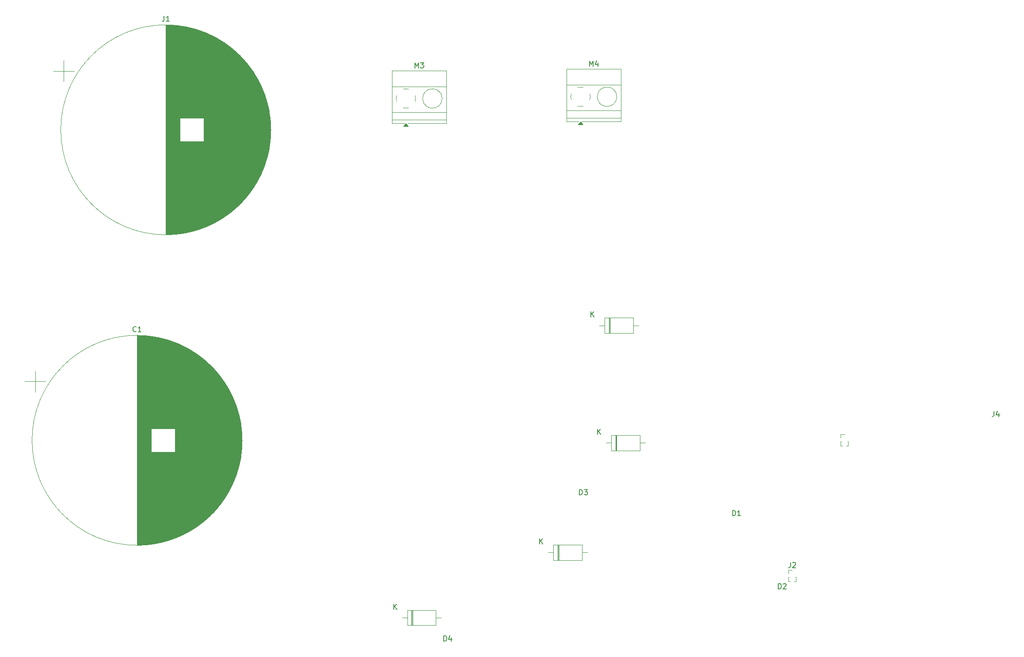
<source format=gbr>
%TF.GenerationSoftware,KiCad,Pcbnew,9.0.0*%
%TF.CreationDate,2025-07-01T12:07:16+05:30*%
%TF.ProjectId,dual dc,6475616c-2064-4632-9e6b-696361645f70,rev?*%
%TF.SameCoordinates,Original*%
%TF.FileFunction,Legend,Top*%
%TF.FilePolarity,Positive*%
%FSLAX46Y46*%
G04 Gerber Fmt 4.6, Leading zero omitted, Abs format (unit mm)*
G04 Created by KiCad (PCBNEW 9.0.0) date 2025-07-01 12:07:16*
%MOMM*%
%LPD*%
G01*
G04 APERTURE LIST*
%ADD10C,0.150000*%
%ADD11C,0.120000*%
G04 APERTURE END LIST*
D10*
X191666666Y-131894819D02*
X191666666Y-132609104D01*
X191666666Y-132609104D02*
X191619047Y-132751961D01*
X191619047Y-132751961D02*
X191523809Y-132847200D01*
X191523809Y-132847200D02*
X191380952Y-132894819D01*
X191380952Y-132894819D02*
X191285714Y-132894819D01*
X192095238Y-131990057D02*
X192142857Y-131942438D01*
X192142857Y-131942438D02*
X192238095Y-131894819D01*
X192238095Y-131894819D02*
X192476190Y-131894819D01*
X192476190Y-131894819D02*
X192571428Y-131942438D01*
X192571428Y-131942438D02*
X192619047Y-131990057D01*
X192619047Y-131990057D02*
X192666666Y-132085295D01*
X192666666Y-132085295D02*
X192666666Y-132180533D01*
X192666666Y-132180533D02*
X192619047Y-132323390D01*
X192619047Y-132323390D02*
X192047619Y-132894819D01*
X192047619Y-132894819D02*
X192666666Y-132894819D01*
X119730476Y-37134819D02*
X119730476Y-36134819D01*
X119730476Y-36134819D02*
X120063809Y-36849104D01*
X120063809Y-36849104D02*
X120397142Y-36134819D01*
X120397142Y-36134819D02*
X120397142Y-37134819D01*
X120778095Y-36134819D02*
X121397142Y-36134819D01*
X121397142Y-36134819D02*
X121063809Y-36515771D01*
X121063809Y-36515771D02*
X121206666Y-36515771D01*
X121206666Y-36515771D02*
X121301904Y-36563390D01*
X121301904Y-36563390D02*
X121349523Y-36611009D01*
X121349523Y-36611009D02*
X121397142Y-36706247D01*
X121397142Y-36706247D02*
X121397142Y-36944342D01*
X121397142Y-36944342D02*
X121349523Y-37039580D01*
X121349523Y-37039580D02*
X121301904Y-37087200D01*
X121301904Y-37087200D02*
X121206666Y-37134819D01*
X121206666Y-37134819D02*
X120920952Y-37134819D01*
X120920952Y-37134819D02*
X120825714Y-37087200D01*
X120825714Y-37087200D02*
X120778095Y-37039580D01*
X153185476Y-36807319D02*
X153185476Y-35807319D01*
X153185476Y-35807319D02*
X153518809Y-36521604D01*
X153518809Y-36521604D02*
X153852142Y-35807319D01*
X153852142Y-35807319D02*
X153852142Y-36807319D01*
X154756904Y-36140652D02*
X154756904Y-36807319D01*
X154518809Y-35759700D02*
X154280714Y-36473985D01*
X154280714Y-36473985D02*
X154899761Y-36473985D01*
X66333333Y-87609580D02*
X66285714Y-87657200D01*
X66285714Y-87657200D02*
X66142857Y-87704819D01*
X66142857Y-87704819D02*
X66047619Y-87704819D01*
X66047619Y-87704819D02*
X65904762Y-87657200D01*
X65904762Y-87657200D02*
X65809524Y-87561961D01*
X65809524Y-87561961D02*
X65761905Y-87466723D01*
X65761905Y-87466723D02*
X65714286Y-87276247D01*
X65714286Y-87276247D02*
X65714286Y-87133390D01*
X65714286Y-87133390D02*
X65761905Y-86942914D01*
X65761905Y-86942914D02*
X65809524Y-86847676D01*
X65809524Y-86847676D02*
X65904762Y-86752438D01*
X65904762Y-86752438D02*
X66047619Y-86704819D01*
X66047619Y-86704819D02*
X66142857Y-86704819D01*
X66142857Y-86704819D02*
X66285714Y-86752438D01*
X66285714Y-86752438D02*
X66333333Y-86800057D01*
X67285714Y-87704819D02*
X66714286Y-87704819D01*
X67000000Y-87704819D02*
X67000000Y-86704819D01*
X67000000Y-86704819D02*
X66904762Y-86847676D01*
X66904762Y-86847676D02*
X66809524Y-86942914D01*
X66809524Y-86942914D02*
X66714286Y-86990533D01*
X125261905Y-146954819D02*
X125261905Y-145954819D01*
X125261905Y-145954819D02*
X125500000Y-145954819D01*
X125500000Y-145954819D02*
X125642857Y-146002438D01*
X125642857Y-146002438D02*
X125738095Y-146097676D01*
X125738095Y-146097676D02*
X125785714Y-146192914D01*
X125785714Y-146192914D02*
X125833333Y-146383390D01*
X125833333Y-146383390D02*
X125833333Y-146526247D01*
X125833333Y-146526247D02*
X125785714Y-146716723D01*
X125785714Y-146716723D02*
X125738095Y-146811961D01*
X125738095Y-146811961D02*
X125642857Y-146907200D01*
X125642857Y-146907200D02*
X125500000Y-146954819D01*
X125500000Y-146954819D02*
X125261905Y-146954819D01*
X126690476Y-146288152D02*
X126690476Y-146954819D01*
X126452381Y-145907200D02*
X126214286Y-146621485D01*
X126214286Y-146621485D02*
X126833333Y-146621485D01*
X115658095Y-140854819D02*
X115658095Y-139854819D01*
X116229523Y-140854819D02*
X115800952Y-140283390D01*
X116229523Y-139854819D02*
X115658095Y-140426247D01*
X71666666Y-27204819D02*
X71666666Y-27919104D01*
X71666666Y-27919104D02*
X71619047Y-28061961D01*
X71619047Y-28061961D02*
X71523809Y-28157200D01*
X71523809Y-28157200D02*
X71380952Y-28204819D01*
X71380952Y-28204819D02*
X71285714Y-28204819D01*
X72666666Y-28204819D02*
X72095238Y-28204819D01*
X72380952Y-28204819D02*
X72380952Y-27204819D01*
X72380952Y-27204819D02*
X72285714Y-27347676D01*
X72285714Y-27347676D02*
X72190476Y-27442914D01*
X72190476Y-27442914D02*
X72095238Y-27490533D01*
X180583605Y-122954819D02*
X180583605Y-121954819D01*
X180583605Y-121954819D02*
X180821700Y-121954819D01*
X180821700Y-121954819D02*
X180964557Y-122002438D01*
X180964557Y-122002438D02*
X181059795Y-122097676D01*
X181059795Y-122097676D02*
X181107414Y-122192914D01*
X181107414Y-122192914D02*
X181155033Y-122383390D01*
X181155033Y-122383390D02*
X181155033Y-122526247D01*
X181155033Y-122526247D02*
X181107414Y-122716723D01*
X181107414Y-122716723D02*
X181059795Y-122811961D01*
X181059795Y-122811961D02*
X180964557Y-122907200D01*
X180964557Y-122907200D02*
X180821700Y-122954819D01*
X180821700Y-122954819D02*
X180583605Y-122954819D01*
X182107414Y-122954819D02*
X181535986Y-122954819D01*
X181821700Y-122954819D02*
X181821700Y-121954819D01*
X181821700Y-121954819D02*
X181726462Y-122097676D01*
X181726462Y-122097676D02*
X181631224Y-122192914D01*
X181631224Y-122192914D02*
X181535986Y-122240533D01*
X153479795Y-84854819D02*
X153479795Y-83854819D01*
X154051223Y-84854819D02*
X153622652Y-84283390D01*
X154051223Y-83854819D02*
X153479795Y-84426247D01*
X151261905Y-118954819D02*
X151261905Y-117954819D01*
X151261905Y-117954819D02*
X151500000Y-117954819D01*
X151500000Y-117954819D02*
X151642857Y-118002438D01*
X151642857Y-118002438D02*
X151738095Y-118097676D01*
X151738095Y-118097676D02*
X151785714Y-118192914D01*
X151785714Y-118192914D02*
X151833333Y-118383390D01*
X151833333Y-118383390D02*
X151833333Y-118526247D01*
X151833333Y-118526247D02*
X151785714Y-118716723D01*
X151785714Y-118716723D02*
X151738095Y-118811961D01*
X151738095Y-118811961D02*
X151642857Y-118907200D01*
X151642857Y-118907200D02*
X151500000Y-118954819D01*
X151500000Y-118954819D02*
X151261905Y-118954819D01*
X152166667Y-117954819D02*
X152785714Y-117954819D01*
X152785714Y-117954819D02*
X152452381Y-118335771D01*
X152452381Y-118335771D02*
X152595238Y-118335771D01*
X152595238Y-118335771D02*
X152690476Y-118383390D01*
X152690476Y-118383390D02*
X152738095Y-118431009D01*
X152738095Y-118431009D02*
X152785714Y-118526247D01*
X152785714Y-118526247D02*
X152785714Y-118764342D01*
X152785714Y-118764342D02*
X152738095Y-118859580D01*
X152738095Y-118859580D02*
X152690476Y-118907200D01*
X152690476Y-118907200D02*
X152595238Y-118954819D01*
X152595238Y-118954819D02*
X152309524Y-118954819D01*
X152309524Y-118954819D02*
X152214286Y-118907200D01*
X152214286Y-118907200D02*
X152166667Y-118859580D01*
X143658095Y-128354819D02*
X143658095Y-127354819D01*
X144229523Y-128354819D02*
X143800952Y-127783390D01*
X144229523Y-127354819D02*
X143658095Y-127926247D01*
X189341905Y-136954819D02*
X189341905Y-135954819D01*
X189341905Y-135954819D02*
X189580000Y-135954819D01*
X189580000Y-135954819D02*
X189722857Y-136002438D01*
X189722857Y-136002438D02*
X189818095Y-136097676D01*
X189818095Y-136097676D02*
X189865714Y-136192914D01*
X189865714Y-136192914D02*
X189913333Y-136383390D01*
X189913333Y-136383390D02*
X189913333Y-136526247D01*
X189913333Y-136526247D02*
X189865714Y-136716723D01*
X189865714Y-136716723D02*
X189818095Y-136811961D01*
X189818095Y-136811961D02*
X189722857Y-136907200D01*
X189722857Y-136907200D02*
X189580000Y-136954819D01*
X189580000Y-136954819D02*
X189341905Y-136954819D01*
X190294286Y-136050057D02*
X190341905Y-136002438D01*
X190341905Y-136002438D02*
X190437143Y-135954819D01*
X190437143Y-135954819D02*
X190675238Y-135954819D01*
X190675238Y-135954819D02*
X190770476Y-136002438D01*
X190770476Y-136002438D02*
X190818095Y-136050057D01*
X190818095Y-136050057D02*
X190865714Y-136145295D01*
X190865714Y-136145295D02*
X190865714Y-136240533D01*
X190865714Y-136240533D02*
X190818095Y-136383390D01*
X190818095Y-136383390D02*
X190246667Y-136954819D01*
X190246667Y-136954819D02*
X190865714Y-136954819D01*
X154738095Y-107354819D02*
X154738095Y-106354819D01*
X155309523Y-107354819D02*
X154880952Y-106783390D01*
X155309523Y-106354819D02*
X154738095Y-106926247D01*
X230666666Y-102954819D02*
X230666666Y-103669104D01*
X230666666Y-103669104D02*
X230619047Y-103811961D01*
X230619047Y-103811961D02*
X230523809Y-103907200D01*
X230523809Y-103907200D02*
X230380952Y-103954819D01*
X230380952Y-103954819D02*
X230285714Y-103954819D01*
X231571428Y-103288152D02*
X231571428Y-103954819D01*
X231333333Y-102907200D02*
X231095238Y-103621485D01*
X231095238Y-103621485D02*
X231714285Y-103621485D01*
D11*
%TO.C,J2*%
X191305000Y-133315000D02*
X192000000Y-133315000D01*
X191305000Y-134000000D02*
X191305000Y-133315000D01*
X191305000Y-134685000D02*
X191305000Y-135560000D01*
X191305000Y-134685000D02*
X191391724Y-134685000D01*
X191305000Y-135560000D02*
X191605507Y-135560000D01*
X192394493Y-135560000D02*
X192695000Y-135560000D01*
X192608276Y-134685000D02*
X192695000Y-134685000D01*
X192695000Y-134685000D02*
X192695000Y-135560000D01*
%TO.C,M3*%
X115340000Y-37680000D02*
X115340000Y-47720000D01*
X115340000Y-37680000D02*
X125740000Y-37680000D01*
X115340000Y-40700000D02*
X125740000Y-40700000D01*
X115340000Y-45600000D02*
X125740000Y-45600000D01*
X115340000Y-47100000D02*
X125740000Y-47100000D01*
X115340000Y-47720000D02*
X117700000Y-47720000D01*
X118300000Y-47720000D02*
X125740000Y-47720000D01*
X121713000Y-44140000D02*
X121669000Y-44183000D01*
X121940000Y-44367000D02*
X121896000Y-44410000D01*
X124264000Y-41589000D02*
X124220000Y-41633000D01*
X124491000Y-41816000D02*
X124447000Y-41860000D01*
X125740000Y-37680000D02*
X125740000Y-47720000D01*
X116220000Y-43540000D02*
G75*
G02*
X116219794Y-42460679I1780000J540000D01*
G01*
X117460000Y-41220000D02*
G75*
G02*
X118539321Y-41219794I540000J-1780000D01*
G01*
X118540000Y-44780000D02*
G75*
G02*
X117460679Y-44780206I-540000J1780013D01*
G01*
X119780000Y-42460000D02*
G75*
G02*
X119780206Y-43539321I-1780013J-540000D01*
G01*
X124940000Y-43000000D02*
G75*
G02*
X121220000Y-43000000I-1860000J0D01*
G01*
X121220000Y-43000000D02*
G75*
G02*
X124940000Y-43000000I1860000J0D01*
G01*
X118440000Y-48330000D02*
X117560000Y-48330000D01*
X118000000Y-47720000D01*
X118440000Y-48330000D01*
G36*
X118440000Y-48330000D02*
G01*
X117560000Y-48330000D01*
X118000000Y-47720000D01*
X118440000Y-48330000D01*
G37*
%TO.C,M4*%
X148795000Y-37352500D02*
X148795000Y-47392500D01*
X148795000Y-37352500D02*
X159195000Y-37352500D01*
X148795000Y-40372500D02*
X159195000Y-40372500D01*
X148795000Y-45272500D02*
X159195000Y-45272500D01*
X148795000Y-46772500D02*
X159195000Y-46772500D01*
X148795000Y-47392500D02*
X151155000Y-47392500D01*
X151755000Y-47392500D02*
X159195000Y-47392500D01*
X155168000Y-43812500D02*
X155124000Y-43855500D01*
X155395000Y-44039500D02*
X155351000Y-44082500D01*
X157719000Y-41261500D02*
X157675000Y-41305500D01*
X157946000Y-41488500D02*
X157902000Y-41532500D01*
X159195000Y-37352500D02*
X159195000Y-47392500D01*
X149675000Y-43212500D02*
G75*
G02*
X149674794Y-42133179I1780000J540000D01*
G01*
X150915000Y-40892500D02*
G75*
G02*
X151994321Y-40892294I540000J-1780000D01*
G01*
X151995000Y-44452500D02*
G75*
G02*
X150915679Y-44452706I-540000J1780013D01*
G01*
X153235000Y-42132500D02*
G75*
G02*
X153235206Y-43211821I-1780013J-540000D01*
G01*
X158395000Y-42672500D02*
G75*
G02*
X154675000Y-42672500I-1860000J0D01*
G01*
X154675000Y-42672500D02*
G75*
G02*
X158395000Y-42672500I1860000J0D01*
G01*
X151895000Y-48002500D02*
X151015000Y-48002500D01*
X151455000Y-47392500D01*
X151895000Y-48002500D01*
G36*
X151895000Y-48002500D02*
G01*
X151015000Y-48002500D01*
X151455000Y-47392500D01*
X151895000Y-48002500D01*
G37*
%TO.C,C1*%
X44971127Y-97225000D02*
X48971127Y-97225000D01*
X46971127Y-95225000D02*
X46971127Y-99225000D01*
X66500000Y-88420000D02*
X66500000Y-128580000D01*
X66540000Y-88420000D02*
X66540000Y-128580000D01*
X66580000Y-88420000D02*
X66580000Y-128580000D01*
X66620000Y-88420000D02*
X66620000Y-128580000D01*
X66660000Y-88420000D02*
X66660000Y-128580000D01*
X66700000Y-88420000D02*
X66700000Y-128580000D01*
X66740000Y-88421000D02*
X66740000Y-128579000D01*
X66780000Y-88421000D02*
X66780000Y-128579000D01*
X66820000Y-88422000D02*
X66820000Y-128578000D01*
X66860000Y-88423000D02*
X66860000Y-128577000D01*
X66900000Y-88423000D02*
X66900000Y-128577000D01*
X66940000Y-88424000D02*
X66940000Y-128576000D01*
X66980000Y-88425000D02*
X66980000Y-128575000D01*
X67020000Y-88426000D02*
X67020000Y-128574000D01*
X67060000Y-88427000D02*
X67060000Y-128573000D01*
X67100000Y-88428000D02*
X67100000Y-128572000D01*
X67140000Y-88430000D02*
X67140000Y-128570000D01*
X67180000Y-88431000D02*
X67180000Y-128569000D01*
X67221000Y-88432000D02*
X67221000Y-128568000D01*
X67261000Y-88434000D02*
X67261000Y-128566000D01*
X67301000Y-88435000D02*
X67301000Y-128565000D01*
X67341000Y-88437000D02*
X67341000Y-128563000D01*
X67381000Y-88439000D02*
X67381000Y-128561000D01*
X67421000Y-88441000D02*
X67421000Y-128559000D01*
X67461000Y-88442000D02*
X67461000Y-128558000D01*
X67501000Y-88444000D02*
X67501000Y-128556000D01*
X67541000Y-88446000D02*
X67541000Y-128554000D01*
X67581000Y-88449000D02*
X67581000Y-128551000D01*
X67621000Y-88451000D02*
X67621000Y-128549000D01*
X67661000Y-88453000D02*
X67661000Y-128547000D01*
X67701000Y-88455000D02*
X67701000Y-128545000D01*
X67741000Y-88458000D02*
X67741000Y-128542000D01*
X67781000Y-88460000D02*
X67781000Y-128540000D01*
X67821000Y-88463000D02*
X67821000Y-128537000D01*
X67861000Y-88466000D02*
X67861000Y-128534000D01*
X67901000Y-88468000D02*
X67901000Y-128532000D01*
X67941000Y-88471000D02*
X67941000Y-128529000D01*
X67981000Y-88474000D02*
X67981000Y-128526000D01*
X68021000Y-88477000D02*
X68021000Y-128523000D01*
X68061000Y-88480000D02*
X68061000Y-128520000D01*
X68101000Y-88483000D02*
X68101000Y-128517000D01*
X68141000Y-88486000D02*
X68141000Y-128514000D01*
X68181000Y-88490000D02*
X68181000Y-128510000D01*
X68221000Y-88493000D02*
X68221000Y-128507000D01*
X68261000Y-88497000D02*
X68261000Y-128503000D01*
X68301000Y-88500000D02*
X68301000Y-128500000D01*
X68341000Y-88504000D02*
X68341000Y-128496000D01*
X68381000Y-88508000D02*
X68381000Y-128492000D01*
X68421000Y-88511000D02*
X68421000Y-128489000D01*
X68461000Y-88515000D02*
X68461000Y-128485000D01*
X68501000Y-88519000D02*
X68501000Y-128481000D01*
X68541000Y-88523000D02*
X68541000Y-128477000D01*
X68581000Y-88527000D02*
X68581000Y-128473000D01*
X68621000Y-88532000D02*
X68621000Y-128468000D01*
X68661000Y-88536000D02*
X68661000Y-128464000D01*
X68701000Y-88540000D02*
X68701000Y-128460000D01*
X68741000Y-88545000D02*
X68741000Y-128455000D01*
X68781000Y-88549000D02*
X68781000Y-128451000D01*
X68821000Y-88554000D02*
X68821000Y-128446000D01*
X68861000Y-88558000D02*
X68861000Y-128442000D01*
X68901000Y-88563000D02*
X68901000Y-128437000D01*
X68941000Y-88568000D02*
X68941000Y-128432000D01*
X68981000Y-88573000D02*
X68981000Y-128427000D01*
X69021000Y-88578000D02*
X69021000Y-128422000D01*
X69061000Y-88583000D02*
X69061000Y-128417000D01*
X69101000Y-88588000D02*
X69101000Y-128412000D01*
X69141000Y-88593000D02*
X69141000Y-128407000D01*
X69181000Y-88599000D02*
X69181000Y-128401000D01*
X69221000Y-88604000D02*
X69221000Y-128396000D01*
X69261000Y-88610000D02*
X69261000Y-106260000D01*
X69261000Y-110740000D02*
X69261000Y-128390000D01*
X69301000Y-88615000D02*
X69301000Y-106260000D01*
X69301000Y-110740000D02*
X69301000Y-128385000D01*
X69341000Y-88621000D02*
X69341000Y-106260000D01*
X69341000Y-110740000D02*
X69341000Y-128379000D01*
X69381000Y-88627000D02*
X69381000Y-106260000D01*
X69381000Y-110740000D02*
X69381000Y-128373000D01*
X69421000Y-88633000D02*
X69421000Y-106260000D01*
X69421000Y-110740000D02*
X69421000Y-128367000D01*
X69461000Y-88638000D02*
X69461000Y-106260000D01*
X69461000Y-110740000D02*
X69461000Y-128362000D01*
X69501000Y-88644000D02*
X69501000Y-106260000D01*
X69501000Y-110740000D02*
X69501000Y-128356000D01*
X69541000Y-88650000D02*
X69541000Y-106260000D01*
X69541000Y-110740000D02*
X69541000Y-128350000D01*
X69581000Y-88657000D02*
X69581000Y-106260000D01*
X69581000Y-110740000D02*
X69581000Y-128343000D01*
X69621000Y-88663000D02*
X69621000Y-106260000D01*
X69621000Y-110740000D02*
X69621000Y-128337000D01*
X69661000Y-88669000D02*
X69661000Y-106260000D01*
X69661000Y-110740000D02*
X69661000Y-128331000D01*
X69701000Y-88676000D02*
X69701000Y-106260000D01*
X69701000Y-110740000D02*
X69701000Y-128324000D01*
X69741000Y-88682000D02*
X69741000Y-106260000D01*
X69741000Y-110740000D02*
X69741000Y-128318000D01*
X69781000Y-88689000D02*
X69781000Y-106260000D01*
X69781000Y-110740000D02*
X69781000Y-128311000D01*
X69821000Y-88695000D02*
X69821000Y-106260000D01*
X69821000Y-110740000D02*
X69821000Y-128305000D01*
X69861000Y-88702000D02*
X69861000Y-106260000D01*
X69861000Y-110740000D02*
X69861000Y-128298000D01*
X69901000Y-88709000D02*
X69901000Y-106260000D01*
X69901000Y-110740000D02*
X69901000Y-128291000D01*
X69941000Y-88716000D02*
X69941000Y-106260000D01*
X69941000Y-110740000D02*
X69941000Y-128284000D01*
X69981000Y-88723000D02*
X69981000Y-106260000D01*
X69981000Y-110740000D02*
X69981000Y-128277000D01*
X70021000Y-88730000D02*
X70021000Y-106260000D01*
X70021000Y-110740000D02*
X70021000Y-128270000D01*
X70061000Y-88737000D02*
X70061000Y-106260000D01*
X70061000Y-110740000D02*
X70061000Y-128263000D01*
X70101000Y-88744000D02*
X70101000Y-106260000D01*
X70101000Y-110740000D02*
X70101000Y-128256000D01*
X70141000Y-88752000D02*
X70141000Y-106260000D01*
X70141000Y-110740000D02*
X70141000Y-128248000D01*
X70181000Y-88759000D02*
X70181000Y-106260000D01*
X70181000Y-110740000D02*
X70181000Y-128241000D01*
X70221000Y-88766000D02*
X70221000Y-106260000D01*
X70221000Y-110740000D02*
X70221000Y-128234000D01*
X70261000Y-88774000D02*
X70261000Y-106260000D01*
X70261000Y-110740000D02*
X70261000Y-128226000D01*
X70301000Y-88782000D02*
X70301000Y-106260000D01*
X70301000Y-110740000D02*
X70301000Y-128218000D01*
X70341000Y-88789000D02*
X70341000Y-106260000D01*
X70341000Y-110740000D02*
X70341000Y-128211000D01*
X70381000Y-88797000D02*
X70381000Y-106260000D01*
X70381000Y-110740000D02*
X70381000Y-128203000D01*
X70421000Y-88805000D02*
X70421000Y-106260000D01*
X70421000Y-110740000D02*
X70421000Y-128195000D01*
X70461000Y-88813000D02*
X70461000Y-106260000D01*
X70461000Y-110740000D02*
X70461000Y-128187000D01*
X70501000Y-88821000D02*
X70501000Y-106260000D01*
X70501000Y-110740000D02*
X70501000Y-128179000D01*
X70541000Y-88829000D02*
X70541000Y-106260000D01*
X70541000Y-110740000D02*
X70541000Y-128171000D01*
X70581000Y-88838000D02*
X70581000Y-106260000D01*
X70581000Y-110740000D02*
X70581000Y-128162000D01*
X70621000Y-88846000D02*
X70621000Y-106260000D01*
X70621000Y-110740000D02*
X70621000Y-128154000D01*
X70661000Y-88854000D02*
X70661000Y-106260000D01*
X70661000Y-110740000D02*
X70661000Y-128146000D01*
X70701000Y-88863000D02*
X70701000Y-106260000D01*
X70701000Y-110740000D02*
X70701000Y-128137000D01*
X70741000Y-88871000D02*
X70741000Y-106260000D01*
X70741000Y-110740000D02*
X70741000Y-128129000D01*
X70781000Y-88880000D02*
X70781000Y-106260000D01*
X70781000Y-110740000D02*
X70781000Y-128120000D01*
X70821000Y-88889000D02*
X70821000Y-106260000D01*
X70821000Y-110740000D02*
X70821000Y-128111000D01*
X70861000Y-88898000D02*
X70861000Y-106260000D01*
X70861000Y-110740000D02*
X70861000Y-128102000D01*
X70901000Y-88907000D02*
X70901000Y-106260000D01*
X70901000Y-110740000D02*
X70901000Y-128093000D01*
X70941000Y-88916000D02*
X70941000Y-106260000D01*
X70941000Y-110740000D02*
X70941000Y-128084000D01*
X70981000Y-88925000D02*
X70981000Y-106260000D01*
X70981000Y-110740000D02*
X70981000Y-128075000D01*
X71021000Y-88934000D02*
X71021000Y-106260000D01*
X71021000Y-110740000D02*
X71021000Y-128066000D01*
X71061000Y-88943000D02*
X71061000Y-106260000D01*
X71061000Y-110740000D02*
X71061000Y-128057000D01*
X71101000Y-88952000D02*
X71101000Y-106260000D01*
X71101000Y-110740000D02*
X71101000Y-128048000D01*
X71141000Y-88962000D02*
X71141000Y-106260000D01*
X71141000Y-110740000D02*
X71141000Y-128038000D01*
X71181000Y-88971000D02*
X71181000Y-106260000D01*
X71181000Y-110740000D02*
X71181000Y-128029000D01*
X71221000Y-88981000D02*
X71221000Y-106260000D01*
X71221000Y-110740000D02*
X71221000Y-128019000D01*
X71261000Y-88991000D02*
X71261000Y-106260000D01*
X71261000Y-110740000D02*
X71261000Y-128009000D01*
X71301000Y-89000000D02*
X71301000Y-106260000D01*
X71301000Y-110740000D02*
X71301000Y-128000000D01*
X71341000Y-89010000D02*
X71341000Y-106260000D01*
X71341000Y-110740000D02*
X71341000Y-127990000D01*
X71381000Y-89020000D02*
X71381000Y-106260000D01*
X71381000Y-110740000D02*
X71381000Y-127980000D01*
X71421000Y-89030000D02*
X71421000Y-106260000D01*
X71421000Y-110740000D02*
X71421000Y-127970000D01*
X71461000Y-89040000D02*
X71461000Y-106260000D01*
X71461000Y-110740000D02*
X71461000Y-127960000D01*
X71501000Y-89051000D02*
X71501000Y-106260000D01*
X71501000Y-110740000D02*
X71501000Y-127949000D01*
X71541000Y-89061000D02*
X71541000Y-106260000D01*
X71541000Y-110740000D02*
X71541000Y-127939000D01*
X71581000Y-89071000D02*
X71581000Y-106260000D01*
X71581000Y-110740000D02*
X71581000Y-127929000D01*
X71621000Y-89082000D02*
X71621000Y-106260000D01*
X71621000Y-110740000D02*
X71621000Y-127918000D01*
X71661000Y-89092000D02*
X71661000Y-106260000D01*
X71661000Y-110740000D02*
X71661000Y-127908000D01*
X71701000Y-89103000D02*
X71701000Y-106260000D01*
X71701000Y-110740000D02*
X71701000Y-127897000D01*
X71741000Y-89114000D02*
X71741000Y-106260000D01*
X71741000Y-110740000D02*
X71741000Y-127886000D01*
X71781000Y-89125000D02*
X71781000Y-106260000D01*
X71781000Y-110740000D02*
X71781000Y-127875000D01*
X71821000Y-89136000D02*
X71821000Y-106260000D01*
X71821000Y-110740000D02*
X71821000Y-127864000D01*
X71861000Y-89147000D02*
X71861000Y-106260000D01*
X71861000Y-110740000D02*
X71861000Y-127853000D01*
X71901000Y-89158000D02*
X71901000Y-106260000D01*
X71901000Y-110740000D02*
X71901000Y-127842000D01*
X71941000Y-89169000D02*
X71941000Y-106260000D01*
X71941000Y-110740000D02*
X71941000Y-127831000D01*
X71981000Y-89180000D02*
X71981000Y-106260000D01*
X71981000Y-110740000D02*
X71981000Y-127820000D01*
X72021000Y-89192000D02*
X72021000Y-106260000D01*
X72021000Y-110740000D02*
X72021000Y-127808000D01*
X72061000Y-89203000D02*
X72061000Y-106260000D01*
X72061000Y-110740000D02*
X72061000Y-127797000D01*
X72101000Y-89215000D02*
X72101000Y-106260000D01*
X72101000Y-110740000D02*
X72101000Y-127785000D01*
X72141000Y-89226000D02*
X72141000Y-106260000D01*
X72141000Y-110740000D02*
X72141000Y-127774000D01*
X72181000Y-89238000D02*
X72181000Y-106260000D01*
X72181000Y-110740000D02*
X72181000Y-127762000D01*
X72221000Y-89250000D02*
X72221000Y-106260000D01*
X72221000Y-110740000D02*
X72221000Y-127750000D01*
X72261000Y-89262000D02*
X72261000Y-106260000D01*
X72261000Y-110740000D02*
X72261000Y-127738000D01*
X72301000Y-89274000D02*
X72301000Y-106260000D01*
X72301000Y-110740000D02*
X72301000Y-127726000D01*
X72341000Y-89286000D02*
X72341000Y-106260000D01*
X72341000Y-110740000D02*
X72341000Y-127714000D01*
X72381000Y-89298000D02*
X72381000Y-106260000D01*
X72381000Y-110740000D02*
X72381000Y-127702000D01*
X72421000Y-89310000D02*
X72421000Y-106260000D01*
X72421000Y-110740000D02*
X72421000Y-127690000D01*
X72461000Y-89323000D02*
X72461000Y-106260000D01*
X72461000Y-110740000D02*
X72461000Y-127677000D01*
X72501000Y-89335000D02*
X72501000Y-106260000D01*
X72501000Y-110740000D02*
X72501000Y-127665000D01*
X72541000Y-89348000D02*
X72541000Y-106260000D01*
X72541000Y-110740000D02*
X72541000Y-127652000D01*
X72581000Y-89360000D02*
X72581000Y-106260000D01*
X72581000Y-110740000D02*
X72581000Y-127640000D01*
X72621000Y-89373000D02*
X72621000Y-106260000D01*
X72621000Y-110740000D02*
X72621000Y-127627000D01*
X72661000Y-89386000D02*
X72661000Y-106260000D01*
X72661000Y-110740000D02*
X72661000Y-127614000D01*
X72701000Y-89399000D02*
X72701000Y-106260000D01*
X72701000Y-110740000D02*
X72701000Y-127601000D01*
X72741000Y-89412000D02*
X72741000Y-106260000D01*
X72741000Y-110740000D02*
X72741000Y-127588000D01*
X72781000Y-89425000D02*
X72781000Y-106260000D01*
X72781000Y-110740000D02*
X72781000Y-127575000D01*
X72821000Y-89438000D02*
X72821000Y-106260000D01*
X72821000Y-110740000D02*
X72821000Y-127562000D01*
X72861000Y-89451000D02*
X72861000Y-106260000D01*
X72861000Y-110740000D02*
X72861000Y-127549000D01*
X72901000Y-89465000D02*
X72901000Y-106260000D01*
X72901000Y-110740000D02*
X72901000Y-127535000D01*
X72941000Y-89478000D02*
X72941000Y-106260000D01*
X72941000Y-110740000D02*
X72941000Y-127522000D01*
X72981000Y-89492000D02*
X72981000Y-106260000D01*
X72981000Y-110740000D02*
X72981000Y-127508000D01*
X73021000Y-89505000D02*
X73021000Y-106260000D01*
X73021000Y-110740000D02*
X73021000Y-127495000D01*
X73061000Y-89519000D02*
X73061000Y-106260000D01*
X73061000Y-110740000D02*
X73061000Y-127481000D01*
X73101000Y-89533000D02*
X73101000Y-106260000D01*
X73101000Y-110740000D02*
X73101000Y-127467000D01*
X73141000Y-89547000D02*
X73141000Y-106260000D01*
X73141000Y-110740000D02*
X73141000Y-127453000D01*
X73181000Y-89561000D02*
X73181000Y-106260000D01*
X73181000Y-110740000D02*
X73181000Y-127439000D01*
X73221000Y-89575000D02*
X73221000Y-106260000D01*
X73221000Y-110740000D02*
X73221000Y-127425000D01*
X73261000Y-89589000D02*
X73261000Y-106260000D01*
X73261000Y-110740000D02*
X73261000Y-127411000D01*
X73301000Y-89603000D02*
X73301000Y-106260000D01*
X73301000Y-110740000D02*
X73301000Y-127397000D01*
X73341000Y-89618000D02*
X73341000Y-106260000D01*
X73341000Y-110740000D02*
X73341000Y-127382000D01*
X73381000Y-89632000D02*
X73381000Y-106260000D01*
X73381000Y-110740000D02*
X73381000Y-127368000D01*
X73421000Y-89647000D02*
X73421000Y-106260000D01*
X73421000Y-110740000D02*
X73421000Y-127353000D01*
X73461000Y-89662000D02*
X73461000Y-106260000D01*
X73461000Y-110740000D02*
X73461000Y-127338000D01*
X73501000Y-89676000D02*
X73501000Y-106260000D01*
X73501000Y-110740000D02*
X73501000Y-127324000D01*
X73541000Y-89691000D02*
X73541000Y-106260000D01*
X73541000Y-110740000D02*
X73541000Y-127309000D01*
X73581000Y-89706000D02*
X73581000Y-106260000D01*
X73581000Y-110740000D02*
X73581000Y-127294000D01*
X73621000Y-89721000D02*
X73621000Y-106260000D01*
X73621000Y-110740000D02*
X73621000Y-127279000D01*
X73661000Y-89737000D02*
X73661000Y-106260000D01*
X73661000Y-110740000D02*
X73661000Y-127263000D01*
X73701000Y-89752000D02*
X73701000Y-106260000D01*
X73701000Y-110740000D02*
X73701000Y-127248000D01*
X73741000Y-89767000D02*
X73741000Y-127233000D01*
X73781000Y-89783000D02*
X73781000Y-127217000D01*
X73821000Y-89798000D02*
X73821000Y-127202000D01*
X73861000Y-89814000D02*
X73861000Y-127186000D01*
X73901000Y-89830000D02*
X73901000Y-127170000D01*
X73941000Y-89846000D02*
X73941000Y-127154000D01*
X73981000Y-89862000D02*
X73981000Y-127138000D01*
X74021000Y-89878000D02*
X74021000Y-127122000D01*
X74061000Y-89894000D02*
X74061000Y-127106000D01*
X74101000Y-89910000D02*
X74101000Y-127090000D01*
X74141000Y-89926000D02*
X74141000Y-127074000D01*
X74181000Y-89943000D02*
X74181000Y-127057000D01*
X74221000Y-89960000D02*
X74221000Y-127040000D01*
X74261000Y-89976000D02*
X74261000Y-127024000D01*
X74301000Y-89993000D02*
X74301000Y-127007000D01*
X74341000Y-90010000D02*
X74341000Y-126990000D01*
X74381000Y-90027000D02*
X74381000Y-126973000D01*
X74421000Y-90044000D02*
X74421000Y-126956000D01*
X74461000Y-90061000D02*
X74461000Y-126939000D01*
X74501000Y-90078000D02*
X74501000Y-126922000D01*
X74541000Y-90096000D02*
X74541000Y-126904000D01*
X74581000Y-90113000D02*
X74581000Y-126887000D01*
X74621000Y-90131000D02*
X74621000Y-126869000D01*
X74661000Y-90149000D02*
X74661000Y-126851000D01*
X74700000Y-90166000D02*
X74700000Y-126834000D01*
X74740000Y-90184000D02*
X74740000Y-126816000D01*
X74780000Y-90202000D02*
X74780000Y-126798000D01*
X74820000Y-90220000D02*
X74820000Y-126780000D01*
X74860000Y-90239000D02*
X74860000Y-126761000D01*
X74900000Y-90257000D02*
X74900000Y-126743000D01*
X74940000Y-90275000D02*
X74940000Y-126725000D01*
X74980000Y-90294000D02*
X74980000Y-126706000D01*
X75020000Y-90312000D02*
X75020000Y-126688000D01*
X75060000Y-90331000D02*
X75060000Y-126669000D01*
X75100000Y-90350000D02*
X75100000Y-126650000D01*
X75140000Y-90369000D02*
X75140000Y-126631000D01*
X75180000Y-90388000D02*
X75180000Y-126612000D01*
X75220000Y-90407000D02*
X75220000Y-126593000D01*
X75260000Y-90427000D02*
X75260000Y-126573000D01*
X75300000Y-90446000D02*
X75300000Y-126554000D01*
X75340000Y-90466000D02*
X75340000Y-126534000D01*
X75380000Y-90485000D02*
X75380000Y-126515000D01*
X75420000Y-90505000D02*
X75420000Y-126495000D01*
X75460000Y-90525000D02*
X75460000Y-126475000D01*
X75500000Y-90545000D02*
X75500000Y-126455000D01*
X75540000Y-90565000D02*
X75540000Y-126435000D01*
X75580000Y-90585000D02*
X75580000Y-126415000D01*
X75620000Y-90605000D02*
X75620000Y-126395000D01*
X75660000Y-90626000D02*
X75660000Y-126374000D01*
X75700000Y-90646000D02*
X75700000Y-126354000D01*
X75740000Y-90667000D02*
X75740000Y-126333000D01*
X75780000Y-90687000D02*
X75780000Y-126313000D01*
X75820000Y-90708000D02*
X75820000Y-126292000D01*
X75860000Y-90729000D02*
X75860000Y-126271000D01*
X75900000Y-90750000D02*
X75900000Y-126250000D01*
X75940000Y-90772000D02*
X75940000Y-126228000D01*
X75980000Y-90793000D02*
X75980000Y-126207000D01*
X76020000Y-90814000D02*
X76020000Y-126186000D01*
X76060000Y-90836000D02*
X76060000Y-126164000D01*
X76100000Y-90857000D02*
X76100000Y-126143000D01*
X76140000Y-90879000D02*
X76140000Y-126121000D01*
X76180000Y-90901000D02*
X76180000Y-126099000D01*
X76220000Y-90923000D02*
X76220000Y-126077000D01*
X76260000Y-90945000D02*
X76260000Y-126055000D01*
X76300000Y-90968000D02*
X76300000Y-126032000D01*
X76340000Y-90990000D02*
X76340000Y-126010000D01*
X76380000Y-91012000D02*
X76380000Y-125988000D01*
X76420000Y-91035000D02*
X76420000Y-125965000D01*
X76460000Y-91058000D02*
X76460000Y-125942000D01*
X76500000Y-91081000D02*
X76500000Y-125919000D01*
X76540000Y-91104000D02*
X76540000Y-125896000D01*
X76580000Y-91127000D02*
X76580000Y-125873000D01*
X76620000Y-91150000D02*
X76620000Y-125850000D01*
X76660000Y-91173000D02*
X76660000Y-125827000D01*
X76700000Y-91197000D02*
X76700000Y-125803000D01*
X76740000Y-91220000D02*
X76740000Y-125780000D01*
X76780000Y-91244000D02*
X76780000Y-125756000D01*
X76820000Y-91268000D02*
X76820000Y-125732000D01*
X76860000Y-91292000D02*
X76860000Y-125708000D01*
X76900000Y-91316000D02*
X76900000Y-125684000D01*
X76940000Y-91340000D02*
X76940000Y-125660000D01*
X76980000Y-91364000D02*
X76980000Y-125636000D01*
X77020000Y-91389000D02*
X77020000Y-125611000D01*
X77060000Y-91413000D02*
X77060000Y-125587000D01*
X77100000Y-91438000D02*
X77100000Y-125562000D01*
X77140000Y-91463000D02*
X77140000Y-125537000D01*
X77180000Y-91488000D02*
X77180000Y-125512000D01*
X77220000Y-91513000D02*
X77220000Y-125487000D01*
X77260000Y-91538000D02*
X77260000Y-125462000D01*
X77300000Y-91564000D02*
X77300000Y-125436000D01*
X77340000Y-91589000D02*
X77340000Y-125411000D01*
X77380000Y-91615000D02*
X77380000Y-125385000D01*
X77420000Y-91641000D02*
X77420000Y-125359000D01*
X77460000Y-91667000D02*
X77460000Y-125333000D01*
X77500000Y-91693000D02*
X77500000Y-125307000D01*
X77540000Y-91719000D02*
X77540000Y-125281000D01*
X77580000Y-91745000D02*
X77580000Y-125255000D01*
X77620000Y-91772000D02*
X77620000Y-125228000D01*
X77660000Y-91798000D02*
X77660000Y-125202000D01*
X77700000Y-91825000D02*
X77700000Y-125175000D01*
X77740000Y-91852000D02*
X77740000Y-125148000D01*
X77780000Y-91879000D02*
X77780000Y-125121000D01*
X77820000Y-91906000D02*
X77820000Y-125094000D01*
X77860000Y-91933000D02*
X77860000Y-125067000D01*
X77900000Y-91961000D02*
X77900000Y-125039000D01*
X77940000Y-91988000D02*
X77940000Y-125012000D01*
X77980000Y-92016000D02*
X77980000Y-124984000D01*
X78020000Y-92044000D02*
X78020000Y-124956000D01*
X78060000Y-92072000D02*
X78060000Y-124928000D01*
X78100000Y-92100000D02*
X78100000Y-124900000D01*
X78140000Y-92128000D02*
X78140000Y-124872000D01*
X78180000Y-92157000D02*
X78180000Y-124843000D01*
X78220000Y-92185000D02*
X78220000Y-124815000D01*
X78260000Y-92214000D02*
X78260000Y-124786000D01*
X78300000Y-92243000D02*
X78300000Y-124757000D01*
X78340000Y-92272000D02*
X78340000Y-124728000D01*
X78380000Y-92301000D02*
X78380000Y-124699000D01*
X78420000Y-92331000D02*
X78420000Y-124669000D01*
X78460000Y-92360000D02*
X78460000Y-124640000D01*
X78500000Y-92390000D02*
X78500000Y-124610000D01*
X78540000Y-92420000D02*
X78540000Y-124580000D01*
X78580000Y-92450000D02*
X78580000Y-124550000D01*
X78620000Y-92480000D02*
X78620000Y-124520000D01*
X78660000Y-92510000D02*
X78660000Y-124490000D01*
X78700000Y-92540000D02*
X78700000Y-124460000D01*
X78740000Y-92571000D02*
X78740000Y-124429000D01*
X78780000Y-92602000D02*
X78780000Y-124398000D01*
X78820000Y-92633000D02*
X78820000Y-124367000D01*
X78860000Y-92664000D02*
X78860000Y-124336000D01*
X78900000Y-92695000D02*
X78900000Y-124305000D01*
X78940000Y-92726000D02*
X78940000Y-124274000D01*
X78980000Y-92758000D02*
X78980000Y-124242000D01*
X79020000Y-92789000D02*
X79020000Y-124211000D01*
X79060000Y-92821000D02*
X79060000Y-124179000D01*
X79100000Y-92853000D02*
X79100000Y-124147000D01*
X79140000Y-92886000D02*
X79140000Y-124114000D01*
X79180000Y-92918000D02*
X79180000Y-124082000D01*
X79220000Y-92951000D02*
X79220000Y-124049000D01*
X79260000Y-92983000D02*
X79260000Y-124017000D01*
X79300000Y-93016000D02*
X79300000Y-123984000D01*
X79340000Y-93049000D02*
X79340000Y-123951000D01*
X79380000Y-93082000D02*
X79380000Y-123918000D01*
X79420000Y-93116000D02*
X79420000Y-123884000D01*
X79460000Y-93149000D02*
X79460000Y-123851000D01*
X79500000Y-93183000D02*
X79500000Y-123817000D01*
X79540000Y-93217000D02*
X79540000Y-123783000D01*
X79580000Y-93251000D02*
X79580000Y-123749000D01*
X79620000Y-93286000D02*
X79620000Y-123714000D01*
X79660000Y-93320000D02*
X79660000Y-123680000D01*
X79700000Y-93355000D02*
X79700000Y-123645000D01*
X79740000Y-93390000D02*
X79740000Y-123610000D01*
X79780000Y-93425000D02*
X79780000Y-123575000D01*
X79820000Y-93460000D02*
X79820000Y-123540000D01*
X79860000Y-93495000D02*
X79860000Y-123505000D01*
X79900000Y-93531000D02*
X79900000Y-123469000D01*
X79940000Y-93567000D02*
X79940000Y-123433000D01*
X79980000Y-93603000D02*
X79980000Y-123397000D01*
X80020000Y-93639000D02*
X80020000Y-123361000D01*
X80060000Y-93675000D02*
X80060000Y-123325000D01*
X80100000Y-93712000D02*
X80100000Y-123288000D01*
X80140000Y-93749000D02*
X80140000Y-123251000D01*
X80180000Y-93786000D02*
X80180000Y-123214000D01*
X80220000Y-93823000D02*
X80220000Y-123177000D01*
X80260000Y-93860000D02*
X80260000Y-123140000D01*
X80300000Y-93898000D02*
X80300000Y-123102000D01*
X80340000Y-93936000D02*
X80340000Y-123064000D01*
X80380000Y-93974000D02*
X80380000Y-123026000D01*
X80420000Y-94012000D02*
X80420000Y-122988000D01*
X80460000Y-94050000D02*
X80460000Y-122950000D01*
X80500000Y-94089000D02*
X80500000Y-122911000D01*
X80540000Y-94128000D02*
X80540000Y-122872000D01*
X80580000Y-94167000D02*
X80580000Y-122833000D01*
X80620000Y-94206000D02*
X80620000Y-122794000D01*
X80660000Y-94246000D02*
X80660000Y-122754000D01*
X80700000Y-94286000D02*
X80700000Y-122714000D01*
X80740000Y-94326000D02*
X80740000Y-122674000D01*
X80780000Y-94366000D02*
X80780000Y-122634000D01*
X80820000Y-94406000D02*
X80820000Y-122594000D01*
X80860000Y-94447000D02*
X80860000Y-122553000D01*
X80900000Y-94488000D02*
X80900000Y-122512000D01*
X80940000Y-94529000D02*
X80940000Y-122471000D01*
X80980000Y-94570000D02*
X80980000Y-122430000D01*
X81020000Y-94612000D02*
X81020000Y-122388000D01*
X81060000Y-94654000D02*
X81060000Y-122346000D01*
X81100000Y-94696000D02*
X81100000Y-122304000D01*
X81140000Y-94738000D02*
X81140000Y-122262000D01*
X81180000Y-94780000D02*
X81180000Y-122220000D01*
X81220000Y-94823000D02*
X81220000Y-122177000D01*
X81260000Y-94866000D02*
X81260000Y-122134000D01*
X81300000Y-94910000D02*
X81300000Y-122090000D01*
X81340000Y-94953000D02*
X81340000Y-122047000D01*
X81380000Y-94997000D02*
X81380000Y-122003000D01*
X81420000Y-95041000D02*
X81420000Y-121959000D01*
X81460000Y-95085000D02*
X81460000Y-121915000D01*
X81500000Y-95130000D02*
X81500000Y-121870000D01*
X81540000Y-95175000D02*
X81540000Y-121825000D01*
X81580000Y-95220000D02*
X81580000Y-121780000D01*
X81620000Y-95265000D02*
X81620000Y-121735000D01*
X81660000Y-95311000D02*
X81660000Y-121689000D01*
X81700000Y-95357000D02*
X81700000Y-121643000D01*
X81740000Y-95403000D02*
X81740000Y-121597000D01*
X81780000Y-95450000D02*
X81780000Y-121550000D01*
X81820000Y-95497000D02*
X81820000Y-121503000D01*
X81860000Y-95544000D02*
X81860000Y-121456000D01*
X81900000Y-95591000D02*
X81900000Y-121409000D01*
X81940000Y-95639000D02*
X81940000Y-121361000D01*
X81980000Y-95687000D02*
X81980000Y-121313000D01*
X82020000Y-95735000D02*
X82020000Y-121265000D01*
X82060000Y-95784000D02*
X82060000Y-121216000D01*
X82100000Y-95833000D02*
X82100000Y-121167000D01*
X82140000Y-95882000D02*
X82140000Y-121118000D01*
X82180000Y-95932000D02*
X82180000Y-121068000D01*
X82220000Y-95982000D02*
X82220000Y-121018000D01*
X82260000Y-96032000D02*
X82260000Y-120968000D01*
X82300000Y-96083000D02*
X82300000Y-120917000D01*
X82340000Y-96134000D02*
X82340000Y-120866000D01*
X82380000Y-96185000D02*
X82380000Y-120815000D01*
X82420000Y-96236000D02*
X82420000Y-120764000D01*
X82460000Y-96288000D02*
X82460000Y-120712000D01*
X82500000Y-96341000D02*
X82500000Y-120659000D01*
X82540000Y-96393000D02*
X82540000Y-120607000D01*
X82580000Y-96446000D02*
X82580000Y-120554000D01*
X82620000Y-96500000D02*
X82620000Y-120500000D01*
X82660000Y-96553000D02*
X82660000Y-120447000D01*
X82700000Y-96607000D02*
X82700000Y-120393000D01*
X82740000Y-96662000D02*
X82740000Y-120338000D01*
X82780000Y-96717000D02*
X82780000Y-120283000D01*
X82820000Y-96772000D02*
X82820000Y-120228000D01*
X82860000Y-96828000D02*
X82860000Y-120172000D01*
X82900000Y-96884000D02*
X82900000Y-120116000D01*
X82940000Y-96940000D02*
X82940000Y-120060000D01*
X82980000Y-96997000D02*
X82980000Y-120003000D01*
X83020000Y-97055000D02*
X83020000Y-119945000D01*
X83060000Y-97112000D02*
X83060000Y-119888000D01*
X83100000Y-97170000D02*
X83100000Y-119830000D01*
X83140000Y-97229000D02*
X83140000Y-119771000D01*
X83180000Y-97288000D02*
X83180000Y-119712000D01*
X83220000Y-97348000D02*
X83220000Y-119652000D01*
X83260000Y-97408000D02*
X83260000Y-119592000D01*
X83300000Y-97468000D02*
X83300000Y-119532000D01*
X83340000Y-97529000D02*
X83340000Y-119471000D01*
X83380000Y-97591000D02*
X83380000Y-119409000D01*
X83420000Y-97652000D02*
X83420000Y-119348000D01*
X83460000Y-97715000D02*
X83460000Y-119285000D01*
X83500000Y-97778000D02*
X83500000Y-119222000D01*
X83540000Y-97841000D02*
X83540000Y-119159000D01*
X83580000Y-97905000D02*
X83580000Y-119095000D01*
X83620000Y-97970000D02*
X83620000Y-119030000D01*
X83660000Y-98035000D02*
X83660000Y-118965000D01*
X83700000Y-98100000D02*
X83700000Y-118900000D01*
X83740000Y-98167000D02*
X83740000Y-118833000D01*
X83780000Y-98233000D02*
X83780000Y-118767000D01*
X83820000Y-98301000D02*
X83820000Y-118699000D01*
X83860000Y-98369000D02*
X83860000Y-118631000D01*
X83900000Y-98437000D02*
X83900000Y-118563000D01*
X83940000Y-98507000D02*
X83940000Y-118493000D01*
X83980000Y-98576000D02*
X83980000Y-118424000D01*
X84020000Y-98647000D02*
X84020000Y-118353000D01*
X84060000Y-98718000D02*
X84060000Y-118282000D01*
X84100000Y-98790000D02*
X84100000Y-118210000D01*
X84140000Y-98862000D02*
X84140000Y-118138000D01*
X84180000Y-98936000D02*
X84180000Y-118064000D01*
X84220000Y-99010000D02*
X84220000Y-117990000D01*
X84260000Y-99085000D02*
X84260000Y-117915000D01*
X84300000Y-99160000D02*
X84300000Y-117840000D01*
X84340000Y-99236000D02*
X84340000Y-117764000D01*
X84380000Y-99313000D02*
X84380000Y-117687000D01*
X84420000Y-99391000D02*
X84420000Y-117609000D01*
X84460000Y-99470000D02*
X84460000Y-117530000D01*
X84500000Y-99550000D02*
X84500000Y-117450000D01*
X84540000Y-99630000D02*
X84540000Y-117370000D01*
X84580000Y-99712000D02*
X84580000Y-117288000D01*
X84620000Y-99794000D02*
X84620000Y-117206000D01*
X84660000Y-99878000D02*
X84660000Y-117122000D01*
X84700000Y-99962000D02*
X84700000Y-117038000D01*
X84740000Y-100047000D02*
X84740000Y-116953000D01*
X84780000Y-100134000D02*
X84780000Y-116866000D01*
X84820000Y-100221000D02*
X84820000Y-116779000D01*
X84860000Y-100310000D02*
X84860000Y-116690000D01*
X84900000Y-100400000D02*
X84900000Y-116600000D01*
X84940000Y-100491000D02*
X84940000Y-116509000D01*
X84980000Y-100583000D02*
X84980000Y-116417000D01*
X85020000Y-100677000D02*
X85020000Y-116323000D01*
X85060000Y-100772000D02*
X85060000Y-116228000D01*
X85100000Y-100868000D02*
X85100000Y-116132000D01*
X85140000Y-100966000D02*
X85140000Y-116034000D01*
X85180000Y-101065000D02*
X85180000Y-115935000D01*
X85220000Y-101165000D02*
X85220000Y-115835000D01*
X85260000Y-101268000D02*
X85260000Y-115732000D01*
X85300000Y-101372000D02*
X85300000Y-115628000D01*
X85340000Y-101478000D02*
X85340000Y-115522000D01*
X85380000Y-101585000D02*
X85380000Y-115415000D01*
X85420000Y-101695000D02*
X85420000Y-115305000D01*
X85460000Y-101807000D02*
X85460000Y-115193000D01*
X85500000Y-101920000D02*
X85500000Y-115080000D01*
X85540000Y-102036000D02*
X85540000Y-114964000D01*
X85580000Y-102155000D02*
X85580000Y-114845000D01*
X85620000Y-102275000D02*
X85620000Y-114725000D01*
X85660000Y-102399000D02*
X85660000Y-114601000D01*
X85700000Y-102525000D02*
X85700000Y-114475000D01*
X85740000Y-102654000D02*
X85740000Y-114346000D01*
X85780000Y-102787000D02*
X85780000Y-114213000D01*
X85820000Y-102922000D02*
X85820000Y-114078000D01*
X85860000Y-103062000D02*
X85860000Y-113938000D01*
X85900000Y-103205000D02*
X85900000Y-113795000D01*
X85940000Y-103353000D02*
X85940000Y-113647000D01*
X85980000Y-103505000D02*
X85980000Y-113495000D01*
X86020000Y-103663000D02*
X86020000Y-113337000D01*
X86060000Y-103826000D02*
X86060000Y-113174000D01*
X86100000Y-103995000D02*
X86100000Y-113005000D01*
X86140000Y-104171000D02*
X86140000Y-112829000D01*
X86180000Y-104355000D02*
X86180000Y-112645000D01*
X86220000Y-104548000D02*
X86220000Y-112452000D01*
X86260000Y-104750000D02*
X86260000Y-112250000D01*
X86300000Y-104965000D02*
X86300000Y-112035000D01*
X86340000Y-105195000D02*
X86340000Y-111805000D01*
X86380000Y-105441000D02*
X86380000Y-111559000D01*
X86420000Y-105710000D02*
X86420000Y-111290000D01*
X86460000Y-106007000D02*
X86460000Y-110993000D01*
X86500000Y-106345000D02*
X86500000Y-110655000D01*
X86540000Y-106747000D02*
X86540000Y-110253000D01*
X86580000Y-107271000D02*
X86580000Y-109729000D01*
X86620000Y-108460000D02*
X86620000Y-108540000D01*
X86620000Y-108500000D02*
G75*
G02*
X46380000Y-108500000I-20120000J0D01*
G01*
X46380000Y-108500000D02*
G75*
G02*
X86620000Y-108500000I20120000J0D01*
G01*
%TO.C,D4*%
X117260000Y-142500000D02*
X118280000Y-142500000D01*
X118280000Y-141030000D02*
X118280000Y-143970000D01*
X118280000Y-143970000D02*
X123720000Y-143970000D01*
X119060000Y-141030000D02*
X119060000Y-143970000D01*
X119180000Y-141030000D02*
X119180000Y-143970000D01*
X119300000Y-141030000D02*
X119300000Y-143970000D01*
X123720000Y-141030000D02*
X118280000Y-141030000D01*
X123720000Y-143970000D02*
X123720000Y-141030000D01*
X124740000Y-142500000D02*
X123720000Y-142500000D01*
%TO.C,J1*%
X50471127Y-37725000D02*
X54471127Y-37725000D01*
X52471127Y-35725000D02*
X52471127Y-39725000D01*
X72000000Y-28920000D02*
X72000000Y-69080000D01*
X72040000Y-28920000D02*
X72040000Y-69080000D01*
X72080000Y-28920000D02*
X72080000Y-69080000D01*
X72120000Y-28920000D02*
X72120000Y-69080000D01*
X72160000Y-28920000D02*
X72160000Y-69080000D01*
X72200000Y-28920000D02*
X72200000Y-69080000D01*
X72240000Y-28921000D02*
X72240000Y-69079000D01*
X72280000Y-28921000D02*
X72280000Y-69079000D01*
X72320000Y-28922000D02*
X72320000Y-69078000D01*
X72360000Y-28923000D02*
X72360000Y-69077000D01*
X72400000Y-28923000D02*
X72400000Y-69077000D01*
X72440000Y-28924000D02*
X72440000Y-69076000D01*
X72480000Y-28925000D02*
X72480000Y-69075000D01*
X72520000Y-28926000D02*
X72520000Y-69074000D01*
X72560000Y-28927000D02*
X72560000Y-69073000D01*
X72600000Y-28928000D02*
X72600000Y-69072000D01*
X72640000Y-28930000D02*
X72640000Y-69070000D01*
X72680000Y-28931000D02*
X72680000Y-69069000D01*
X72721000Y-28932000D02*
X72721000Y-69068000D01*
X72761000Y-28934000D02*
X72761000Y-69066000D01*
X72801000Y-28935000D02*
X72801000Y-69065000D01*
X72841000Y-28937000D02*
X72841000Y-69063000D01*
X72881000Y-28939000D02*
X72881000Y-69061000D01*
X72921000Y-28941000D02*
X72921000Y-69059000D01*
X72961000Y-28942000D02*
X72961000Y-69058000D01*
X73001000Y-28944000D02*
X73001000Y-69056000D01*
X73041000Y-28946000D02*
X73041000Y-69054000D01*
X73081000Y-28949000D02*
X73081000Y-69051000D01*
X73121000Y-28951000D02*
X73121000Y-69049000D01*
X73161000Y-28953000D02*
X73161000Y-69047000D01*
X73201000Y-28955000D02*
X73201000Y-69045000D01*
X73241000Y-28958000D02*
X73241000Y-69042000D01*
X73281000Y-28960000D02*
X73281000Y-69040000D01*
X73321000Y-28963000D02*
X73321000Y-69037000D01*
X73361000Y-28966000D02*
X73361000Y-69034000D01*
X73401000Y-28968000D02*
X73401000Y-69032000D01*
X73441000Y-28971000D02*
X73441000Y-69029000D01*
X73481000Y-28974000D02*
X73481000Y-69026000D01*
X73521000Y-28977000D02*
X73521000Y-69023000D01*
X73561000Y-28980000D02*
X73561000Y-69020000D01*
X73601000Y-28983000D02*
X73601000Y-69017000D01*
X73641000Y-28986000D02*
X73641000Y-69014000D01*
X73681000Y-28990000D02*
X73681000Y-69010000D01*
X73721000Y-28993000D02*
X73721000Y-69007000D01*
X73761000Y-28997000D02*
X73761000Y-69003000D01*
X73801000Y-29000000D02*
X73801000Y-69000000D01*
X73841000Y-29004000D02*
X73841000Y-68996000D01*
X73881000Y-29008000D02*
X73881000Y-68992000D01*
X73921000Y-29011000D02*
X73921000Y-68989000D01*
X73961000Y-29015000D02*
X73961000Y-68985000D01*
X74001000Y-29019000D02*
X74001000Y-68981000D01*
X74041000Y-29023000D02*
X74041000Y-68977000D01*
X74081000Y-29027000D02*
X74081000Y-68973000D01*
X74121000Y-29032000D02*
X74121000Y-68968000D01*
X74161000Y-29036000D02*
X74161000Y-68964000D01*
X74201000Y-29040000D02*
X74201000Y-68960000D01*
X74241000Y-29045000D02*
X74241000Y-68955000D01*
X74281000Y-29049000D02*
X74281000Y-68951000D01*
X74321000Y-29054000D02*
X74321000Y-68946000D01*
X74361000Y-29058000D02*
X74361000Y-68942000D01*
X74401000Y-29063000D02*
X74401000Y-68937000D01*
X74441000Y-29068000D02*
X74441000Y-68932000D01*
X74481000Y-29073000D02*
X74481000Y-68927000D01*
X74521000Y-29078000D02*
X74521000Y-68922000D01*
X74561000Y-29083000D02*
X74561000Y-68917000D01*
X74601000Y-29088000D02*
X74601000Y-68912000D01*
X74641000Y-29093000D02*
X74641000Y-68907000D01*
X74681000Y-29099000D02*
X74681000Y-68901000D01*
X74721000Y-29104000D02*
X74721000Y-68896000D01*
X74761000Y-29110000D02*
X74761000Y-46760000D01*
X74761000Y-51240000D02*
X74761000Y-68890000D01*
X74801000Y-29115000D02*
X74801000Y-46760000D01*
X74801000Y-51240000D02*
X74801000Y-68885000D01*
X74841000Y-29121000D02*
X74841000Y-46760000D01*
X74841000Y-51240000D02*
X74841000Y-68879000D01*
X74881000Y-29127000D02*
X74881000Y-46760000D01*
X74881000Y-51240000D02*
X74881000Y-68873000D01*
X74921000Y-29133000D02*
X74921000Y-46760000D01*
X74921000Y-51240000D02*
X74921000Y-68867000D01*
X74961000Y-29138000D02*
X74961000Y-46760000D01*
X74961000Y-51240000D02*
X74961000Y-68862000D01*
X75001000Y-29144000D02*
X75001000Y-46760000D01*
X75001000Y-51240000D02*
X75001000Y-68856000D01*
X75041000Y-29150000D02*
X75041000Y-46760000D01*
X75041000Y-51240000D02*
X75041000Y-68850000D01*
X75081000Y-29157000D02*
X75081000Y-46760000D01*
X75081000Y-51240000D02*
X75081000Y-68843000D01*
X75121000Y-29163000D02*
X75121000Y-46760000D01*
X75121000Y-51240000D02*
X75121000Y-68837000D01*
X75161000Y-29169000D02*
X75161000Y-46760000D01*
X75161000Y-51240000D02*
X75161000Y-68831000D01*
X75201000Y-29176000D02*
X75201000Y-46760000D01*
X75201000Y-51240000D02*
X75201000Y-68824000D01*
X75241000Y-29182000D02*
X75241000Y-46760000D01*
X75241000Y-51240000D02*
X75241000Y-68818000D01*
X75281000Y-29189000D02*
X75281000Y-46760000D01*
X75281000Y-51240000D02*
X75281000Y-68811000D01*
X75321000Y-29195000D02*
X75321000Y-46760000D01*
X75321000Y-51240000D02*
X75321000Y-68805000D01*
X75361000Y-29202000D02*
X75361000Y-46760000D01*
X75361000Y-51240000D02*
X75361000Y-68798000D01*
X75401000Y-29209000D02*
X75401000Y-46760000D01*
X75401000Y-51240000D02*
X75401000Y-68791000D01*
X75441000Y-29216000D02*
X75441000Y-46760000D01*
X75441000Y-51240000D02*
X75441000Y-68784000D01*
X75481000Y-29223000D02*
X75481000Y-46760000D01*
X75481000Y-51240000D02*
X75481000Y-68777000D01*
X75521000Y-29230000D02*
X75521000Y-46760000D01*
X75521000Y-51240000D02*
X75521000Y-68770000D01*
X75561000Y-29237000D02*
X75561000Y-46760000D01*
X75561000Y-51240000D02*
X75561000Y-68763000D01*
X75601000Y-29244000D02*
X75601000Y-46760000D01*
X75601000Y-51240000D02*
X75601000Y-68756000D01*
X75641000Y-29252000D02*
X75641000Y-46760000D01*
X75641000Y-51240000D02*
X75641000Y-68748000D01*
X75681000Y-29259000D02*
X75681000Y-46760000D01*
X75681000Y-51240000D02*
X75681000Y-68741000D01*
X75721000Y-29266000D02*
X75721000Y-46760000D01*
X75721000Y-51240000D02*
X75721000Y-68734000D01*
X75761000Y-29274000D02*
X75761000Y-46760000D01*
X75761000Y-51240000D02*
X75761000Y-68726000D01*
X75801000Y-29282000D02*
X75801000Y-46760000D01*
X75801000Y-51240000D02*
X75801000Y-68718000D01*
X75841000Y-29289000D02*
X75841000Y-46760000D01*
X75841000Y-51240000D02*
X75841000Y-68711000D01*
X75881000Y-29297000D02*
X75881000Y-46760000D01*
X75881000Y-51240000D02*
X75881000Y-68703000D01*
X75921000Y-29305000D02*
X75921000Y-46760000D01*
X75921000Y-51240000D02*
X75921000Y-68695000D01*
X75961000Y-29313000D02*
X75961000Y-46760000D01*
X75961000Y-51240000D02*
X75961000Y-68687000D01*
X76001000Y-29321000D02*
X76001000Y-46760000D01*
X76001000Y-51240000D02*
X76001000Y-68679000D01*
X76041000Y-29329000D02*
X76041000Y-46760000D01*
X76041000Y-51240000D02*
X76041000Y-68671000D01*
X76081000Y-29338000D02*
X76081000Y-46760000D01*
X76081000Y-51240000D02*
X76081000Y-68662000D01*
X76121000Y-29346000D02*
X76121000Y-46760000D01*
X76121000Y-51240000D02*
X76121000Y-68654000D01*
X76161000Y-29354000D02*
X76161000Y-46760000D01*
X76161000Y-51240000D02*
X76161000Y-68646000D01*
X76201000Y-29363000D02*
X76201000Y-46760000D01*
X76201000Y-51240000D02*
X76201000Y-68637000D01*
X76241000Y-29371000D02*
X76241000Y-46760000D01*
X76241000Y-51240000D02*
X76241000Y-68629000D01*
X76281000Y-29380000D02*
X76281000Y-46760000D01*
X76281000Y-51240000D02*
X76281000Y-68620000D01*
X76321000Y-29389000D02*
X76321000Y-46760000D01*
X76321000Y-51240000D02*
X76321000Y-68611000D01*
X76361000Y-29398000D02*
X76361000Y-46760000D01*
X76361000Y-51240000D02*
X76361000Y-68602000D01*
X76401000Y-29407000D02*
X76401000Y-46760000D01*
X76401000Y-51240000D02*
X76401000Y-68593000D01*
X76441000Y-29416000D02*
X76441000Y-46760000D01*
X76441000Y-51240000D02*
X76441000Y-68584000D01*
X76481000Y-29425000D02*
X76481000Y-46760000D01*
X76481000Y-51240000D02*
X76481000Y-68575000D01*
X76521000Y-29434000D02*
X76521000Y-46760000D01*
X76521000Y-51240000D02*
X76521000Y-68566000D01*
X76561000Y-29443000D02*
X76561000Y-46760000D01*
X76561000Y-51240000D02*
X76561000Y-68557000D01*
X76601000Y-29452000D02*
X76601000Y-46760000D01*
X76601000Y-51240000D02*
X76601000Y-68548000D01*
X76641000Y-29462000D02*
X76641000Y-46760000D01*
X76641000Y-51240000D02*
X76641000Y-68538000D01*
X76681000Y-29471000D02*
X76681000Y-46760000D01*
X76681000Y-51240000D02*
X76681000Y-68529000D01*
X76721000Y-29481000D02*
X76721000Y-46760000D01*
X76721000Y-51240000D02*
X76721000Y-68519000D01*
X76761000Y-29491000D02*
X76761000Y-46760000D01*
X76761000Y-51240000D02*
X76761000Y-68509000D01*
X76801000Y-29500000D02*
X76801000Y-46760000D01*
X76801000Y-51240000D02*
X76801000Y-68500000D01*
X76841000Y-29510000D02*
X76841000Y-46760000D01*
X76841000Y-51240000D02*
X76841000Y-68490000D01*
X76881000Y-29520000D02*
X76881000Y-46760000D01*
X76881000Y-51240000D02*
X76881000Y-68480000D01*
X76921000Y-29530000D02*
X76921000Y-46760000D01*
X76921000Y-51240000D02*
X76921000Y-68470000D01*
X76961000Y-29540000D02*
X76961000Y-46760000D01*
X76961000Y-51240000D02*
X76961000Y-68460000D01*
X77001000Y-29551000D02*
X77001000Y-46760000D01*
X77001000Y-51240000D02*
X77001000Y-68449000D01*
X77041000Y-29561000D02*
X77041000Y-46760000D01*
X77041000Y-51240000D02*
X77041000Y-68439000D01*
X77081000Y-29571000D02*
X77081000Y-46760000D01*
X77081000Y-51240000D02*
X77081000Y-68429000D01*
X77121000Y-29582000D02*
X77121000Y-46760000D01*
X77121000Y-51240000D02*
X77121000Y-68418000D01*
X77161000Y-29592000D02*
X77161000Y-46760000D01*
X77161000Y-51240000D02*
X77161000Y-68408000D01*
X77201000Y-29603000D02*
X77201000Y-46760000D01*
X77201000Y-51240000D02*
X77201000Y-68397000D01*
X77241000Y-29614000D02*
X77241000Y-46760000D01*
X77241000Y-51240000D02*
X77241000Y-68386000D01*
X77281000Y-29625000D02*
X77281000Y-46760000D01*
X77281000Y-51240000D02*
X77281000Y-68375000D01*
X77321000Y-29636000D02*
X77321000Y-46760000D01*
X77321000Y-51240000D02*
X77321000Y-68364000D01*
X77361000Y-29647000D02*
X77361000Y-46760000D01*
X77361000Y-51240000D02*
X77361000Y-68353000D01*
X77401000Y-29658000D02*
X77401000Y-46760000D01*
X77401000Y-51240000D02*
X77401000Y-68342000D01*
X77441000Y-29669000D02*
X77441000Y-46760000D01*
X77441000Y-51240000D02*
X77441000Y-68331000D01*
X77481000Y-29680000D02*
X77481000Y-46760000D01*
X77481000Y-51240000D02*
X77481000Y-68320000D01*
X77521000Y-29692000D02*
X77521000Y-46760000D01*
X77521000Y-51240000D02*
X77521000Y-68308000D01*
X77561000Y-29703000D02*
X77561000Y-46760000D01*
X77561000Y-51240000D02*
X77561000Y-68297000D01*
X77601000Y-29715000D02*
X77601000Y-46760000D01*
X77601000Y-51240000D02*
X77601000Y-68285000D01*
X77641000Y-29726000D02*
X77641000Y-46760000D01*
X77641000Y-51240000D02*
X77641000Y-68274000D01*
X77681000Y-29738000D02*
X77681000Y-46760000D01*
X77681000Y-51240000D02*
X77681000Y-68262000D01*
X77721000Y-29750000D02*
X77721000Y-46760000D01*
X77721000Y-51240000D02*
X77721000Y-68250000D01*
X77761000Y-29762000D02*
X77761000Y-46760000D01*
X77761000Y-51240000D02*
X77761000Y-68238000D01*
X77801000Y-29774000D02*
X77801000Y-46760000D01*
X77801000Y-51240000D02*
X77801000Y-68226000D01*
X77841000Y-29786000D02*
X77841000Y-46760000D01*
X77841000Y-51240000D02*
X77841000Y-68214000D01*
X77881000Y-29798000D02*
X77881000Y-46760000D01*
X77881000Y-51240000D02*
X77881000Y-68202000D01*
X77921000Y-29810000D02*
X77921000Y-46760000D01*
X77921000Y-51240000D02*
X77921000Y-68190000D01*
X77961000Y-29823000D02*
X77961000Y-46760000D01*
X77961000Y-51240000D02*
X77961000Y-68177000D01*
X78001000Y-29835000D02*
X78001000Y-46760000D01*
X78001000Y-51240000D02*
X78001000Y-68165000D01*
X78041000Y-29848000D02*
X78041000Y-46760000D01*
X78041000Y-51240000D02*
X78041000Y-68152000D01*
X78081000Y-29860000D02*
X78081000Y-46760000D01*
X78081000Y-51240000D02*
X78081000Y-68140000D01*
X78121000Y-29873000D02*
X78121000Y-46760000D01*
X78121000Y-51240000D02*
X78121000Y-68127000D01*
X78161000Y-29886000D02*
X78161000Y-46760000D01*
X78161000Y-51240000D02*
X78161000Y-68114000D01*
X78201000Y-29899000D02*
X78201000Y-46760000D01*
X78201000Y-51240000D02*
X78201000Y-68101000D01*
X78241000Y-29912000D02*
X78241000Y-46760000D01*
X78241000Y-51240000D02*
X78241000Y-68088000D01*
X78281000Y-29925000D02*
X78281000Y-46760000D01*
X78281000Y-51240000D02*
X78281000Y-68075000D01*
X78321000Y-29938000D02*
X78321000Y-46760000D01*
X78321000Y-51240000D02*
X78321000Y-68062000D01*
X78361000Y-29951000D02*
X78361000Y-46760000D01*
X78361000Y-51240000D02*
X78361000Y-68049000D01*
X78401000Y-29965000D02*
X78401000Y-46760000D01*
X78401000Y-51240000D02*
X78401000Y-68035000D01*
X78441000Y-29978000D02*
X78441000Y-46760000D01*
X78441000Y-51240000D02*
X78441000Y-68022000D01*
X78481000Y-29992000D02*
X78481000Y-46760000D01*
X78481000Y-51240000D02*
X78481000Y-68008000D01*
X78521000Y-30005000D02*
X78521000Y-46760000D01*
X78521000Y-51240000D02*
X78521000Y-67995000D01*
X78561000Y-30019000D02*
X78561000Y-46760000D01*
X78561000Y-51240000D02*
X78561000Y-67981000D01*
X78601000Y-30033000D02*
X78601000Y-46760000D01*
X78601000Y-51240000D02*
X78601000Y-67967000D01*
X78641000Y-30047000D02*
X78641000Y-46760000D01*
X78641000Y-51240000D02*
X78641000Y-67953000D01*
X78681000Y-30061000D02*
X78681000Y-46760000D01*
X78681000Y-51240000D02*
X78681000Y-67939000D01*
X78721000Y-30075000D02*
X78721000Y-46760000D01*
X78721000Y-51240000D02*
X78721000Y-67925000D01*
X78761000Y-30089000D02*
X78761000Y-46760000D01*
X78761000Y-51240000D02*
X78761000Y-67911000D01*
X78801000Y-30103000D02*
X78801000Y-46760000D01*
X78801000Y-51240000D02*
X78801000Y-67897000D01*
X78841000Y-30118000D02*
X78841000Y-46760000D01*
X78841000Y-51240000D02*
X78841000Y-67882000D01*
X78881000Y-30132000D02*
X78881000Y-46760000D01*
X78881000Y-51240000D02*
X78881000Y-67868000D01*
X78921000Y-30147000D02*
X78921000Y-46760000D01*
X78921000Y-51240000D02*
X78921000Y-67853000D01*
X78961000Y-30162000D02*
X78961000Y-46760000D01*
X78961000Y-51240000D02*
X78961000Y-67838000D01*
X79001000Y-30176000D02*
X79001000Y-46760000D01*
X79001000Y-51240000D02*
X79001000Y-67824000D01*
X79041000Y-30191000D02*
X79041000Y-46760000D01*
X79041000Y-51240000D02*
X79041000Y-67809000D01*
X79081000Y-30206000D02*
X79081000Y-46760000D01*
X79081000Y-51240000D02*
X79081000Y-67794000D01*
X79121000Y-30221000D02*
X79121000Y-46760000D01*
X79121000Y-51240000D02*
X79121000Y-67779000D01*
X79161000Y-30237000D02*
X79161000Y-46760000D01*
X79161000Y-51240000D02*
X79161000Y-67763000D01*
X79201000Y-30252000D02*
X79201000Y-46760000D01*
X79201000Y-51240000D02*
X79201000Y-67748000D01*
X79241000Y-30267000D02*
X79241000Y-67733000D01*
X79281000Y-30283000D02*
X79281000Y-67717000D01*
X79321000Y-30298000D02*
X79321000Y-67702000D01*
X79361000Y-30314000D02*
X79361000Y-67686000D01*
X79401000Y-30330000D02*
X79401000Y-67670000D01*
X79441000Y-30346000D02*
X79441000Y-67654000D01*
X79481000Y-30362000D02*
X79481000Y-67638000D01*
X79521000Y-30378000D02*
X79521000Y-67622000D01*
X79561000Y-30394000D02*
X79561000Y-67606000D01*
X79601000Y-30410000D02*
X79601000Y-67590000D01*
X79641000Y-30426000D02*
X79641000Y-67574000D01*
X79681000Y-30443000D02*
X79681000Y-67557000D01*
X79721000Y-30460000D02*
X79721000Y-67540000D01*
X79761000Y-30476000D02*
X79761000Y-67524000D01*
X79801000Y-30493000D02*
X79801000Y-67507000D01*
X79841000Y-30510000D02*
X79841000Y-67490000D01*
X79881000Y-30527000D02*
X79881000Y-67473000D01*
X79921000Y-30544000D02*
X79921000Y-67456000D01*
X79961000Y-30561000D02*
X79961000Y-67439000D01*
X80001000Y-30578000D02*
X80001000Y-67422000D01*
X80041000Y-30596000D02*
X80041000Y-67404000D01*
X80081000Y-30613000D02*
X80081000Y-67387000D01*
X80121000Y-30631000D02*
X80121000Y-67369000D01*
X80161000Y-30649000D02*
X80161000Y-67351000D01*
X80200000Y-30666000D02*
X80200000Y-67334000D01*
X80240000Y-30684000D02*
X80240000Y-67316000D01*
X80280000Y-30702000D02*
X80280000Y-67298000D01*
X80320000Y-30720000D02*
X80320000Y-67280000D01*
X80360000Y-30739000D02*
X80360000Y-67261000D01*
X80400000Y-30757000D02*
X80400000Y-67243000D01*
X80440000Y-30775000D02*
X80440000Y-67225000D01*
X80480000Y-30794000D02*
X80480000Y-67206000D01*
X80520000Y-30812000D02*
X80520000Y-67188000D01*
X80560000Y-30831000D02*
X80560000Y-67169000D01*
X80600000Y-30850000D02*
X80600000Y-67150000D01*
X80640000Y-30869000D02*
X80640000Y-67131000D01*
X80680000Y-30888000D02*
X80680000Y-67112000D01*
X80720000Y-30907000D02*
X80720000Y-67093000D01*
X80760000Y-30927000D02*
X80760000Y-67073000D01*
X80800000Y-30946000D02*
X80800000Y-67054000D01*
X80840000Y-30966000D02*
X80840000Y-67034000D01*
X80880000Y-30985000D02*
X80880000Y-67015000D01*
X80920000Y-31005000D02*
X80920000Y-66995000D01*
X80960000Y-31025000D02*
X80960000Y-66975000D01*
X81000000Y-31045000D02*
X81000000Y-66955000D01*
X81040000Y-31065000D02*
X81040000Y-66935000D01*
X81080000Y-31085000D02*
X81080000Y-66915000D01*
X81120000Y-31105000D02*
X81120000Y-66895000D01*
X81160000Y-31126000D02*
X81160000Y-66874000D01*
X81200000Y-31146000D02*
X81200000Y-66854000D01*
X81240000Y-31167000D02*
X81240000Y-66833000D01*
X81280000Y-31187000D02*
X81280000Y-66813000D01*
X81320000Y-31208000D02*
X81320000Y-66792000D01*
X81360000Y-31229000D02*
X81360000Y-66771000D01*
X81400000Y-31250000D02*
X81400000Y-66750000D01*
X81440000Y-31272000D02*
X81440000Y-66728000D01*
X81480000Y-31293000D02*
X81480000Y-66707000D01*
X81520000Y-31314000D02*
X81520000Y-66686000D01*
X81560000Y-31336000D02*
X81560000Y-66664000D01*
X81600000Y-31357000D02*
X81600000Y-66643000D01*
X81640000Y-31379000D02*
X81640000Y-66621000D01*
X81680000Y-31401000D02*
X81680000Y-66599000D01*
X81720000Y-31423000D02*
X81720000Y-66577000D01*
X81760000Y-31445000D02*
X81760000Y-66555000D01*
X81800000Y-31468000D02*
X81800000Y-66532000D01*
X81840000Y-31490000D02*
X81840000Y-66510000D01*
X81880000Y-31512000D02*
X81880000Y-66488000D01*
X81920000Y-31535000D02*
X81920000Y-66465000D01*
X81960000Y-31558000D02*
X81960000Y-66442000D01*
X82000000Y-31581000D02*
X82000000Y-66419000D01*
X82040000Y-31604000D02*
X82040000Y-66396000D01*
X82080000Y-31627000D02*
X82080000Y-66373000D01*
X82120000Y-31650000D02*
X82120000Y-66350000D01*
X82160000Y-31673000D02*
X82160000Y-66327000D01*
X82200000Y-31697000D02*
X82200000Y-66303000D01*
X82240000Y-31720000D02*
X82240000Y-66280000D01*
X82280000Y-31744000D02*
X82280000Y-66256000D01*
X82320000Y-31768000D02*
X82320000Y-66232000D01*
X82360000Y-31792000D02*
X82360000Y-66208000D01*
X82400000Y-31816000D02*
X82400000Y-66184000D01*
X82440000Y-31840000D02*
X82440000Y-66160000D01*
X82480000Y-31864000D02*
X82480000Y-66136000D01*
X82520000Y-31889000D02*
X82520000Y-66111000D01*
X82560000Y-31913000D02*
X82560000Y-66087000D01*
X82600000Y-31938000D02*
X82600000Y-66062000D01*
X82640000Y-31963000D02*
X82640000Y-66037000D01*
X82680000Y-31988000D02*
X82680000Y-66012000D01*
X82720000Y-32013000D02*
X82720000Y-65987000D01*
X82760000Y-32038000D02*
X82760000Y-65962000D01*
X82800000Y-32064000D02*
X82800000Y-65936000D01*
X82840000Y-32089000D02*
X82840000Y-65911000D01*
X82880000Y-32115000D02*
X82880000Y-65885000D01*
X82920000Y-32141000D02*
X82920000Y-65859000D01*
X82960000Y-32167000D02*
X82960000Y-65833000D01*
X83000000Y-32193000D02*
X83000000Y-65807000D01*
X83040000Y-32219000D02*
X83040000Y-65781000D01*
X83080000Y-32245000D02*
X83080000Y-65755000D01*
X83120000Y-32272000D02*
X83120000Y-65728000D01*
X83160000Y-32298000D02*
X83160000Y-65702000D01*
X83200000Y-32325000D02*
X83200000Y-65675000D01*
X83240000Y-32352000D02*
X83240000Y-65648000D01*
X83280000Y-32379000D02*
X83280000Y-65621000D01*
X83320000Y-32406000D02*
X83320000Y-65594000D01*
X83360000Y-32433000D02*
X83360000Y-65567000D01*
X83400000Y-32461000D02*
X83400000Y-65539000D01*
X83440000Y-32488000D02*
X83440000Y-65512000D01*
X83480000Y-32516000D02*
X83480000Y-65484000D01*
X83520000Y-32544000D02*
X83520000Y-65456000D01*
X83560000Y-32572000D02*
X83560000Y-65428000D01*
X83600000Y-32600000D02*
X83600000Y-65400000D01*
X83640000Y-32628000D02*
X83640000Y-65372000D01*
X83680000Y-32657000D02*
X83680000Y-65343000D01*
X83720000Y-32685000D02*
X83720000Y-65315000D01*
X83760000Y-32714000D02*
X83760000Y-65286000D01*
X83800000Y-32743000D02*
X83800000Y-65257000D01*
X83840000Y-32772000D02*
X83840000Y-65228000D01*
X83880000Y-32801000D02*
X83880000Y-65199000D01*
X83920000Y-32831000D02*
X83920000Y-65169000D01*
X83960000Y-32860000D02*
X83960000Y-65140000D01*
X84000000Y-32890000D02*
X84000000Y-65110000D01*
X84040000Y-32920000D02*
X84040000Y-65080000D01*
X84080000Y-32950000D02*
X84080000Y-65050000D01*
X84120000Y-32980000D02*
X84120000Y-65020000D01*
X84160000Y-33010000D02*
X84160000Y-64990000D01*
X84200000Y-33040000D02*
X84200000Y-64960000D01*
X84240000Y-33071000D02*
X84240000Y-64929000D01*
X84280000Y-33102000D02*
X84280000Y-64898000D01*
X84320000Y-33133000D02*
X84320000Y-64867000D01*
X84360000Y-33164000D02*
X84360000Y-64836000D01*
X84400000Y-33195000D02*
X84400000Y-64805000D01*
X84440000Y-33226000D02*
X84440000Y-64774000D01*
X84480000Y-33258000D02*
X84480000Y-64742000D01*
X84520000Y-33289000D02*
X84520000Y-64711000D01*
X84560000Y-33321000D02*
X84560000Y-64679000D01*
X84600000Y-33353000D02*
X84600000Y-64647000D01*
X84640000Y-33386000D02*
X84640000Y-64614000D01*
X84680000Y-33418000D02*
X84680000Y-64582000D01*
X84720000Y-33451000D02*
X84720000Y-64549000D01*
X84760000Y-33483000D02*
X84760000Y-64517000D01*
X84800000Y-33516000D02*
X84800000Y-64484000D01*
X84840000Y-33549000D02*
X84840000Y-64451000D01*
X84880000Y-33582000D02*
X84880000Y-64418000D01*
X84920000Y-33616000D02*
X84920000Y-64384000D01*
X84960000Y-33649000D02*
X84960000Y-64351000D01*
X85000000Y-33683000D02*
X85000000Y-64317000D01*
X85040000Y-33717000D02*
X85040000Y-64283000D01*
X85080000Y-33751000D02*
X85080000Y-64249000D01*
X85120000Y-33786000D02*
X85120000Y-64214000D01*
X85160000Y-33820000D02*
X85160000Y-64180000D01*
X85200000Y-33855000D02*
X85200000Y-64145000D01*
X85240000Y-33890000D02*
X85240000Y-64110000D01*
X85280000Y-33925000D02*
X85280000Y-64075000D01*
X85320000Y-33960000D02*
X85320000Y-64040000D01*
X85360000Y-33995000D02*
X85360000Y-64005000D01*
X85400000Y-34031000D02*
X85400000Y-63969000D01*
X85440000Y-34067000D02*
X85440000Y-63933000D01*
X85480000Y-34103000D02*
X85480000Y-63897000D01*
X85520000Y-34139000D02*
X85520000Y-63861000D01*
X85560000Y-34175000D02*
X85560000Y-63825000D01*
X85600000Y-34212000D02*
X85600000Y-63788000D01*
X85640000Y-34249000D02*
X85640000Y-63751000D01*
X85680000Y-34286000D02*
X85680000Y-63714000D01*
X85720000Y-34323000D02*
X85720000Y-63677000D01*
X85760000Y-34360000D02*
X85760000Y-63640000D01*
X85800000Y-34398000D02*
X85800000Y-63602000D01*
X85840000Y-34436000D02*
X85840000Y-63564000D01*
X85880000Y-34474000D02*
X85880000Y-63526000D01*
X85920000Y-34512000D02*
X85920000Y-63488000D01*
X85960000Y-34550000D02*
X85960000Y-63450000D01*
X86000000Y-34589000D02*
X86000000Y-63411000D01*
X86040000Y-34628000D02*
X86040000Y-63372000D01*
X86080000Y-34667000D02*
X86080000Y-63333000D01*
X86120000Y-34706000D02*
X86120000Y-63294000D01*
X86160000Y-34746000D02*
X86160000Y-63254000D01*
X86200000Y-34786000D02*
X86200000Y-63214000D01*
X86240000Y-34826000D02*
X86240000Y-63174000D01*
X86280000Y-34866000D02*
X86280000Y-63134000D01*
X86320000Y-34906000D02*
X86320000Y-63094000D01*
X86360000Y-34947000D02*
X86360000Y-63053000D01*
X86400000Y-34988000D02*
X86400000Y-63012000D01*
X86440000Y-35029000D02*
X86440000Y-62971000D01*
X86480000Y-35070000D02*
X86480000Y-62930000D01*
X86520000Y-35112000D02*
X86520000Y-62888000D01*
X86560000Y-35154000D02*
X86560000Y-62846000D01*
X86600000Y-35196000D02*
X86600000Y-62804000D01*
X86640000Y-35238000D02*
X86640000Y-62762000D01*
X86680000Y-35280000D02*
X86680000Y-62720000D01*
X86720000Y-35323000D02*
X86720000Y-62677000D01*
X86760000Y-35366000D02*
X86760000Y-62634000D01*
X86800000Y-35410000D02*
X86800000Y-62590000D01*
X86840000Y-35453000D02*
X86840000Y-62547000D01*
X86880000Y-35497000D02*
X86880000Y-62503000D01*
X86920000Y-35541000D02*
X86920000Y-62459000D01*
X86960000Y-35585000D02*
X86960000Y-62415000D01*
X87000000Y-35630000D02*
X87000000Y-62370000D01*
X87040000Y-35675000D02*
X87040000Y-62325000D01*
X87080000Y-35720000D02*
X87080000Y-62280000D01*
X87120000Y-35765000D02*
X87120000Y-62235000D01*
X87160000Y-35811000D02*
X87160000Y-62189000D01*
X87200000Y-35857000D02*
X87200000Y-62143000D01*
X87240000Y-35903000D02*
X87240000Y-62097000D01*
X87280000Y-35950000D02*
X87280000Y-62050000D01*
X87320000Y-35997000D02*
X87320000Y-62003000D01*
X87360000Y-36044000D02*
X87360000Y-61956000D01*
X87400000Y-36091000D02*
X87400000Y-61909000D01*
X87440000Y-36139000D02*
X87440000Y-61861000D01*
X87480000Y-36187000D02*
X87480000Y-61813000D01*
X87520000Y-36235000D02*
X87520000Y-61765000D01*
X87560000Y-36284000D02*
X87560000Y-61716000D01*
X87600000Y-36333000D02*
X87600000Y-61667000D01*
X87640000Y-36382000D02*
X87640000Y-61618000D01*
X87680000Y-36432000D02*
X87680000Y-61568000D01*
X87720000Y-36482000D02*
X87720000Y-61518000D01*
X87760000Y-36532000D02*
X87760000Y-61468000D01*
X87800000Y-36583000D02*
X87800000Y-61417000D01*
X87840000Y-36634000D02*
X87840000Y-61366000D01*
X87880000Y-36685000D02*
X87880000Y-61315000D01*
X87920000Y-36736000D02*
X87920000Y-61264000D01*
X87960000Y-36788000D02*
X87960000Y-61212000D01*
X88000000Y-36841000D02*
X88000000Y-61159000D01*
X88040000Y-36893000D02*
X88040000Y-61107000D01*
X88080000Y-36946000D02*
X88080000Y-61054000D01*
X88120000Y-37000000D02*
X88120000Y-61000000D01*
X88160000Y-37053000D02*
X88160000Y-60947000D01*
X88200000Y-37107000D02*
X88200000Y-60893000D01*
X88240000Y-37162000D02*
X88240000Y-60838000D01*
X88280000Y-37217000D02*
X88280000Y-60783000D01*
X88320000Y-37272000D02*
X88320000Y-60728000D01*
X88360000Y-37328000D02*
X88360000Y-60672000D01*
X88400000Y-37384000D02*
X88400000Y-60616000D01*
X88440000Y-37440000D02*
X88440000Y-60560000D01*
X88480000Y-37497000D02*
X88480000Y-60503000D01*
X88520000Y-37555000D02*
X88520000Y-60445000D01*
X88560000Y-37612000D02*
X88560000Y-60388000D01*
X88600000Y-37670000D02*
X88600000Y-60330000D01*
X88640000Y-37729000D02*
X88640000Y-60271000D01*
X88680000Y-37788000D02*
X88680000Y-60212000D01*
X88720000Y-37848000D02*
X88720000Y-60152000D01*
X88760000Y-37908000D02*
X88760000Y-60092000D01*
X88800000Y-37968000D02*
X88800000Y-60032000D01*
X88840000Y-38029000D02*
X88840000Y-59971000D01*
X88880000Y-38091000D02*
X88880000Y-59909000D01*
X88920000Y-38152000D02*
X88920000Y-59848000D01*
X88960000Y-38215000D02*
X88960000Y-59785000D01*
X89000000Y-38278000D02*
X89000000Y-59722000D01*
X89040000Y-38341000D02*
X89040000Y-59659000D01*
X89080000Y-38405000D02*
X89080000Y-59595000D01*
X89120000Y-38470000D02*
X89120000Y-59530000D01*
X89160000Y-38535000D02*
X89160000Y-59465000D01*
X89200000Y-38600000D02*
X89200000Y-59400000D01*
X89240000Y-38667000D02*
X89240000Y-59333000D01*
X89280000Y-38733000D02*
X89280000Y-59267000D01*
X89320000Y-38801000D02*
X89320000Y-59199000D01*
X89360000Y-38869000D02*
X89360000Y-59131000D01*
X89400000Y-38937000D02*
X89400000Y-59063000D01*
X89440000Y-39007000D02*
X89440000Y-58993000D01*
X89480000Y-39076000D02*
X89480000Y-58924000D01*
X89520000Y-39147000D02*
X89520000Y-58853000D01*
X89560000Y-39218000D02*
X89560000Y-58782000D01*
X89600000Y-39290000D02*
X89600000Y-58710000D01*
X89640000Y-39362000D02*
X89640000Y-58638000D01*
X89680000Y-39436000D02*
X89680000Y-58564000D01*
X89720000Y-39510000D02*
X89720000Y-58490000D01*
X89760000Y-39585000D02*
X89760000Y-58415000D01*
X89800000Y-39660000D02*
X89800000Y-58340000D01*
X89840000Y-39736000D02*
X89840000Y-58264000D01*
X89880000Y-39813000D02*
X89880000Y-58187000D01*
X89920000Y-39891000D02*
X89920000Y-58109000D01*
X89960000Y-39970000D02*
X89960000Y-58030000D01*
X90000000Y-40050000D02*
X90000000Y-57950000D01*
X90040000Y-40130000D02*
X90040000Y-57870000D01*
X90080000Y-40212000D02*
X90080000Y-57788000D01*
X90120000Y-40294000D02*
X90120000Y-57706000D01*
X90160000Y-40378000D02*
X90160000Y-57622000D01*
X90200000Y-40462000D02*
X90200000Y-57538000D01*
X90240000Y-40547000D02*
X90240000Y-57453000D01*
X90280000Y-40634000D02*
X90280000Y-57366000D01*
X90320000Y-40721000D02*
X90320000Y-57279000D01*
X90360000Y-40810000D02*
X90360000Y-57190000D01*
X90400000Y-40900000D02*
X90400000Y-57100000D01*
X90440000Y-40991000D02*
X90440000Y-57009000D01*
X90480000Y-41083000D02*
X90480000Y-56917000D01*
X90520000Y-41177000D02*
X90520000Y-56823000D01*
X90560000Y-41272000D02*
X90560000Y-56728000D01*
X90600000Y-41368000D02*
X90600000Y-56632000D01*
X90640000Y-41466000D02*
X90640000Y-56534000D01*
X90680000Y-41565000D02*
X90680000Y-56435000D01*
X90720000Y-41665000D02*
X90720000Y-56335000D01*
X90760000Y-41768000D02*
X90760000Y-56232000D01*
X90800000Y-41872000D02*
X90800000Y-56128000D01*
X90840000Y-41978000D02*
X90840000Y-56022000D01*
X90880000Y-42085000D02*
X90880000Y-55915000D01*
X90920000Y-42195000D02*
X90920000Y-55805000D01*
X90960000Y-42307000D02*
X90960000Y-55693000D01*
X91000000Y-42420000D02*
X91000000Y-55580000D01*
X91040000Y-42536000D02*
X91040000Y-55464000D01*
X91080000Y-42655000D02*
X91080000Y-55345000D01*
X91120000Y-42775000D02*
X91120000Y-55225000D01*
X91160000Y-42899000D02*
X91160000Y-55101000D01*
X91200000Y-43025000D02*
X91200000Y-54975000D01*
X91240000Y-43154000D02*
X91240000Y-54846000D01*
X91280000Y-43287000D02*
X91280000Y-54713000D01*
X91320000Y-43422000D02*
X91320000Y-54578000D01*
X91360000Y-43562000D02*
X91360000Y-54438000D01*
X91400000Y-43705000D02*
X91400000Y-54295000D01*
X91440000Y-43853000D02*
X91440000Y-54147000D01*
X91480000Y-44005000D02*
X91480000Y-53995000D01*
X91520000Y-44163000D02*
X91520000Y-53837000D01*
X91560000Y-44326000D02*
X91560000Y-53674000D01*
X91600000Y-44495000D02*
X91600000Y-53505000D01*
X91640000Y-44671000D02*
X91640000Y-53329000D01*
X91680000Y-44855000D02*
X91680000Y-53145000D01*
X91720000Y-45048000D02*
X91720000Y-52952000D01*
X91760000Y-45250000D02*
X91760000Y-52750000D01*
X91800000Y-45465000D02*
X91800000Y-52535000D01*
X91840000Y-45695000D02*
X91840000Y-52305000D01*
X91880000Y-45941000D02*
X91880000Y-52059000D01*
X91920000Y-46210000D02*
X91920000Y-51790000D01*
X91960000Y-46507000D02*
X91960000Y-51493000D01*
X92000000Y-46845000D02*
X92000000Y-51155000D01*
X92040000Y-47247000D02*
X92040000Y-50753000D01*
X92080000Y-47771000D02*
X92080000Y-50229000D01*
X92120000Y-48960000D02*
X92120000Y-49040000D01*
X92120000Y-49000000D02*
G75*
G02*
X51880000Y-49000000I-20120000J0D01*
G01*
X51880000Y-49000000D02*
G75*
G02*
X92120000Y-49000000I20120000J0D01*
G01*
%TO.C,D1*%
X155081700Y-86500000D02*
X156101700Y-86500000D01*
X156101700Y-85030000D02*
X156101700Y-87970000D01*
X156101700Y-87970000D02*
X161541700Y-87970000D01*
X156881700Y-85030000D02*
X156881700Y-87970000D01*
X157001700Y-85030000D02*
X157001700Y-87970000D01*
X157121700Y-85030000D02*
X157121700Y-87970000D01*
X161541700Y-85030000D02*
X156101700Y-85030000D01*
X161541700Y-87970000D02*
X161541700Y-85030000D01*
X162561700Y-86500000D02*
X161541700Y-86500000D01*
%TO.C,D3*%
X145260000Y-130000000D02*
X146280000Y-130000000D01*
X146280000Y-128530000D02*
X146280000Y-131470000D01*
X146280000Y-131470000D02*
X151720000Y-131470000D01*
X147060000Y-128530000D02*
X147060000Y-131470000D01*
X147180000Y-128530000D02*
X147180000Y-131470000D01*
X147300000Y-128530000D02*
X147300000Y-131470000D01*
X151720000Y-128530000D02*
X146280000Y-128530000D01*
X151720000Y-131470000D02*
X151720000Y-128530000D01*
X152740000Y-130000000D02*
X151720000Y-130000000D01*
%TO.C,D2*%
X156340000Y-109000000D02*
X157360000Y-109000000D01*
X157360000Y-107530000D02*
X157360000Y-110470000D01*
X157360000Y-110470000D02*
X162800000Y-110470000D01*
X158140000Y-107530000D02*
X158140000Y-110470000D01*
X158260000Y-107530000D02*
X158260000Y-110470000D01*
X158380000Y-107530000D02*
X158380000Y-110470000D01*
X162800000Y-107530000D02*
X157360000Y-107530000D01*
X162800000Y-110470000D02*
X162800000Y-107530000D01*
X163820000Y-109000000D02*
X162800000Y-109000000D01*
%TO.C,J4*%
X201305000Y-107315000D02*
X202000000Y-107315000D01*
X201305000Y-108000000D02*
X201305000Y-107315000D01*
X201305000Y-108685000D02*
X201305000Y-109560000D01*
X201305000Y-108685000D02*
X201391724Y-108685000D01*
X201305000Y-109560000D02*
X201605507Y-109560000D01*
X202394493Y-109560000D02*
X202695000Y-109560000D01*
X202608276Y-108685000D02*
X202695000Y-108685000D01*
X202695000Y-108685000D02*
X202695000Y-109560000D01*
%TD*%
M02*

</source>
